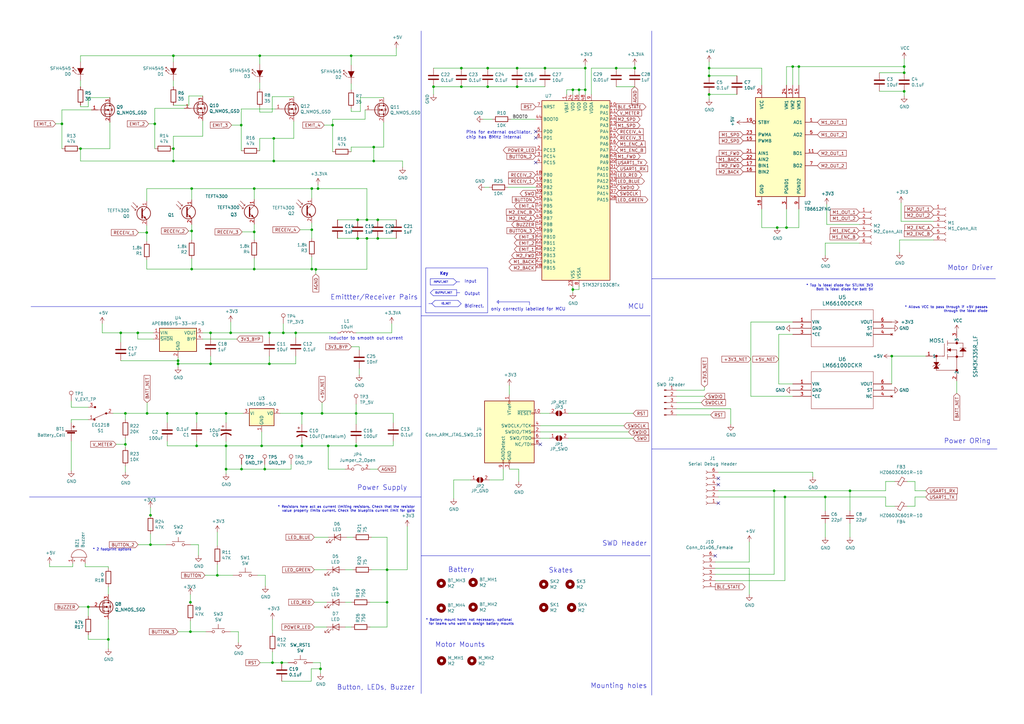
<source format=kicad_sch>
(kicad_sch (version 20231120) (generator "eeschema") (generator_version "8.0")
  (paper "A3")
  (junction (at 177.8 35.56))
  (junction (at 71.12 66.04))
  (junction (at 237.49 36.83))
  (junction (at 127.889 94.234))
  (junction (at 71.12 60.96))
  (junction (at 78.613 94.742))
  (junction (at 127.889 110.363))
  (junction (at 33.02 60.96))
  (junction (at 365.76 146.05))
  (junction (at 130.429 77.343))
  (junction (at 68.58 169.545))
  (junction (at 36.195 248.92))
  (junction (at 290.83 27.94))
  (junction (at 154.94 90.17))
  (junction (at 318.77 93.345))
  (junction (at 150.495 97.79))
  (junction (at 104.267 95.123))
  (junction (at 86.36 149.225))
  (junction (at 104.267 77.343))
  (junction (at 290.83 38.735))
  (junction (at 234.95 118.745))
  (junction (at 223.52 27.94))
  (junction (at 348.615 201.295))
  (junction (at 327.66 27.305))
  (junction (at 338.455 203.835))
  (junction (at 51.435 182.245))
  (junction (at 92.71 182.88))
  (junction (at 212.09 27.94))
  (junction (at 49.53 136.525))
  (junction (at 63.5 50.8))
  (junction (at 158.75 247.015))
  (junction (at 60.198 95.377))
  (junction (at 108.585 192.405))
  (junction (at 110.49 136.525))
  (junction (at 106.553 22.86))
  (junction (at 134.62 182.88))
  (junction (at 144.018 22.86))
  (junction (at 150.495 90.17))
  (junction (at 25.4 50.8))
  (junction (at 78.613 110.363))
  (junction (at 200.025 27.94))
  (junction (at 61.722 211.328))
  (junction (at 153.289 60.325))
  (junction (at 129.54 110.49))
  (junction (at 252.73 27.94))
  (junction (at 189.23 27.94))
  (junction (at 115.57 271.78))
  (junction (at 94.615 136.525))
  (junction (at 56.515 136.525))
  (junction (at 154.94 97.79))
  (junction (at 80.645 182.88))
  (junction (at 86.36 136.525))
  (junction (at 240.03 36.83))
  (junction (at 200.025 35.56))
  (junction (at 370.84 37.465))
  (junction (at 71.12 22.86))
  (junction (at 322.58 93.345))
  (junction (at 78.105 259.08))
  (junction (at 123.825 182.88))
  (junction (at 107.315 182.88))
  (junction (at 112.3068 66.04))
  (junction (at 146.685 97.79))
  (junction (at 158.75 233.68))
  (junction (at 212.09 35.56))
  (junction (at 317.5 201.295))
  (junction (at 234.95 36.83))
  (junction (at 136.398 51.308))
  (junction (at 89.154 235.966))
  (junction (at 44.45 262.255))
  (junction (at 78.105 247.015))
  (junction (at 78.613 77.343))
  (junction (at 146.05 169.545))
  (junction (at 325.12 27.305))
  (junction (at 112.3068 56.769))
  (junction (at 73.025 149.225))
  (junction (at 123.825 169.545))
  (junction (at 73.025 147.955))
  (junction (at 146.05 182.88))
  (junction (at 92.71 169.545))
  (junction (at 127.889 77.343))
  (junction (at 321.945 203.835))
  (junction (at 132.08 169.545))
  (junction (at 290.83 31.115))
  (junction (at 116.205 136.525))
  (junction (at 189.23 35.56))
  (junction (at 51.435 169.545))
  (junction (at 104.267 110.363))
  (junction (at 60.325 169.545))
  (junction (at 240.03 27.94))
  (junction (at 110.49 149.225))
  (junction (at 260.35 27.94))
  (junction (at 153.289 66.04))
  (junction (at 370.84 27.305))
  (junction (at 131.445 274.32))
  (junction (at 80.645 169.545))
  (junction (at 61.722 223.393))
  (junction (at 111.76 271.78))
  (junction (at 121.285 136.525))
  (junction (at 370.84 29.845))
  (junction (at 92.71 192.405))
  (junction (at 146.685 90.17))
  (junction (at 99.06 192.405))
  (junction (at 98.933 51.308))
  (no_connect (at 293.37 227.965))
  (no_connect (at 219.71 56.515))
  (no_connect (at 294.64 198.755))
  (no_connect (at 221.615 182.245))
  (no_connect (at 294.64 206.375))
  (no_connect (at 219.71 53.975))
  (no_connect (at 219.71 66.675))
  (no_connect (at 294.64 196.215))
  (wire (pts (xy 121.285 146.05) (xy 121.285 149.225)))
  (wire (pts (xy 312.42 85.725) (xy 312.42 93.345)))
  (wire (pts (xy 108.585 190.5) (xy 108.585 192.405)))
  (wire (pts (xy 80.645 173.355) (xy 80.645 169.545)))
  (wire (pts (xy 36.83 248.92) (xy 36.195 248.92)))
  (wire (pts (xy 104.267 77.343) (xy 127.889 77.343)))
  (wire (pts (xy 161.29 180.975) (xy 161.29 182.88)))
  (polyline (pts (xy 266.7 129.54) (xy 172.72 129.54)))
  (wire (pts (xy 317.5 235.585) (xy 317.5 201.295)))
  (wire (pts (xy 108.839 235.966) (xy 108.839 240.411)))
  (wire (pts (xy 322.58 27.305) (xy 325.12 27.305)))
  (wire (pts (xy 36.195 248.92) (xy 32.385 248.92)))
  (wire (pts (xy 375.285 207.645) (xy 375.285 203.835)))
  (wire (pts (xy 92.71 169.545) (xy 99.695 169.545)))
  (wire (pts (xy 45.085 60.96) (xy 33.02 60.96)))
  (wire (pts (xy 158.75 247.015) (xy 151.765 247.015)))
  (wire (pts (xy 234.95 36.83) (xy 237.49 36.83)))
  (wire (pts (xy 144.78 233.68) (xy 141.605 233.68)))
  (wire (pts (xy 360.68 37.465) (xy 370.84 37.465)))
  (wire (pts (xy 208.915 192.405) (xy 212.725 192.405)))
  (wire (pts (xy 240.03 27.94) (xy 240.03 36.83)))
  (wire (pts (xy 294.64 201.295) (xy 317.5 201.295)))
  (wire (pts (xy 105.664 235.966) (xy 108.839 235.966)))
  (wire (pts (xy 240.03 26.67) (xy 240.03 27.94)))
  (wire (pts (xy 165.1 66.04) (xy 165.1 68.58)))
  (polyline (pts (xy 267.335 12.7) (xy 267.335 285.115)))
  (wire (pts (xy 221.615 179.705) (xy 225.425 179.705)))
  (wire (pts (xy 134.62 182.88) (xy 123.825 182.88)))
  (wire (pts (xy 146.685 97.79) (xy 138.43 97.79)))
  (wire (pts (xy 34.925 231.14) (xy 34.925 232.41)))
  (wire (pts (xy 83.185 39.37) (xy 77.47 39.37)))
  (wire (pts (xy 83.185 49.53) (xy 83.185 55.88)))
  (wire (pts (xy 370.84 27.305) (xy 370.84 29.845)))
  (wire (pts (xy 110.49 136.525) (xy 116.205 136.525)))
  (wire (pts (xy 130.429 77.343) (xy 130.429 75.692)))
  (wire (pts (xy 104.267 95.123) (xy 104.267 98.298)))
  (wire (pts (xy 33.02 43.18) (xy 33.02 43.815)))
  (wire (pts (xy 61.722 223.393) (xy 68.072 223.393)))
  (wire (pts (xy 111.76 259.715) (xy 111.76 254)))
  (wire (pts (xy 325.12 27.305) (xy 325.12 34.925)))
  (wire (pts (xy 60.198 77.343) (xy 60.198 82.423)))
  (wire (pts (xy 338.455 220.345) (xy 338.455 214.63)))
  (wire (pts (xy 51.435 182.245) (xy 51.435 183.515)))
  (wire (pts (xy 319.405 157.48) (xy 325.12 157.48)))
  (wire (pts (xy 221.615 177.165) (xy 257.81 177.165)))
  (wire (pts (xy 60.198 77.343) (xy 78.613 77.343)))
  (wire (pts (xy 327.66 27.305) (xy 370.84 27.305)))
  (wire (pts (xy 223.52 35.56) (xy 212.09 35.56)))
  (wire (pts (xy 127.889 77.343) (xy 130.429 77.343)))
  (wire (pts (xy 144.78 220.345) (xy 142.24 220.345)))
  (wire (pts (xy 127.889 105.41) (xy 127.889 110.363)))
  (wire (pts (xy 92.71 182.88) (xy 80.645 182.88)))
  (wire (pts (xy 36.195 167.005) (xy 29.21 167.005)))
  (wire (pts (xy 106.553 22.86) (xy 106.553 26.289)))
  (wire (pts (xy 294.64 203.835) (xy 321.945 203.835)))
  (wire (pts (xy 89.154 231.521) (xy 89.154 235.966)))
  (wire (pts (xy 144.018 26.67) (xy 144.018 22.86)))
  (wire (pts (xy 98.933 44.704) (xy 98.933 51.308)))
  (wire (pts (xy 115.57 271.78) (xy 111.76 271.78)))
  (wire (pts (xy 73.025 149.225) (xy 73.025 150.495)))
  (wire (pts (xy 36.195 43.815) (xy 33.02 43.815)))
  (wire (pts (xy 98.933 51.308) (xy 98.933 61.849)))
  (wire (pts (xy 44.45 262.255) (xy 44.45 266.065)))
  (wire (pts (xy 290.83 38.735) (xy 290.83 40.64)))
  (wire (pts (xy 307.34 233.045) (xy 307.34 243.84)))
  (wire (pts (xy 78.105 243.84) (xy 78.105 247.015)))
  (polyline (pts (xy 172.72 12.7) (xy 172.72 284.48)))
  (wire (pts (xy 147.32 143.51) (xy 147.32 142.24)))
  (wire (pts (xy 134.62 182.88) (xy 134.62 192.405)))
  (wire (pts (xy 147.828 45.72) (xy 144.018 45.72)))
  (wire (pts (xy 277.495 167.64) (xy 299.72 167.64)))
  (wire (pts (xy 302.26 38.735) (xy 290.83 38.735)))
  (wire (pts (xy 86.36 146.05) (xy 86.36 149.225)))
  (wire (pts (xy 348.615 214.63) (xy 348.615 220.345)))
  (wire (pts (xy 29.21 172.085) (xy 29.21 173.355)))
  (wire (pts (xy 242.57 27.94) (xy 252.73 27.94)))
  (wire (pts (xy 89.154 235.966) (xy 95.504 235.966)))
  (wire (pts (xy 94.996 51.308) (xy 98.933 51.308)))
  (wire (pts (xy 111.633 39.624) (xy 120.523 39.624)))
  (polyline (pts (xy 176.495 114.34) (xy 176.495 116.88)))
  (wire (pts (xy 189.23 35.56) (xy 177.8 35.56)))
  (wire (pts (xy 83.185 55.88) (xy 71.12 55.88)))
  (wire (pts (xy 81.407 223.393) (xy 81.407 227.838)))
  (wire (pts (xy 348.615 201.295) (xy 363.22 201.295)))
  (wire (pts (xy 146.05 169.545) (xy 161.29 169.545)))
  (wire (pts (xy 167.005 233.68) (xy 167.005 215.9)))
  (wire (pts (xy 200.025 27.94) (xy 212.09 27.94)))
  (wire (pts (xy 223.52 27.94) (xy 240.03 27.94)))
  (wire (pts (xy 49.53 140.335) (xy 49.53 136.525)))
  (wire (pts (xy 186.055 196.85) (xy 186.055 204.47)))
  (polyline (pts (xy 172.72 203.835) (xy 12.065 203.835)))
  (wire (pts (xy 307.975 132.08) (xy 307.975 162.56)))
  (wire (pts (xy 104.267 91.948) (xy 104.267 95.123)))
  (wire (pts (xy 144.018 44.45) (xy 144.018 45.72)))
  (wire (pts (xy 363.22 197.485) (xy 367.03 197.485)))
  (polyline (pts (xy 217.17 125.095) (xy 217.17 123.825)))
  (wire (pts (xy 51.435 169.545) (xy 60.325 169.545)))
  (wire (pts (xy 157.353 60.325) (xy 153.289 60.325)))
  (wire (pts (xy 212.725 192.405) (xy 212.725 197.485)))
  (wire (pts (xy 104.267 77.343) (xy 104.267 81.788)))
  (wire (pts (xy 29.21 180.975) (xy 29.21 193.04)))
  (wire (pts (xy 252.73 35.56) (xy 260.35 35.56)))
  (wire (pts (xy 36.195 262.255) (xy 44.45 262.255)))
  (wire (pts (xy 158.75 233.68) (xy 158.75 247.015)))
  (polyline (pts (xy 12.7 125.73) (xy 172.72 125.73)))
  (wire (pts (xy 200.66 76.835) (xy 198.755 76.835)))
  (polyline (pts (xy 204.47 123.825) (xy 217.17 123.825)))
  (polyline (pts (xy 176.495 116.88) (xy 186.02 116.88)))
  (wire (pts (xy 161.29 169.545) (xy 161.29 173.355)))
  (wire (pts (xy 104.267 105.918) (xy 104.267 110.363)))
  (wire (pts (xy 86.36 149.225) (xy 73.025 149.225)))
  (wire (pts (xy 128.905 220.345) (xy 134.62 220.345)))
  (wire (pts (xy 61.722 208.153) (xy 61.722 211.328)))
  (wire (pts (xy 20.32 232.41) (xy 20.32 231.14)))
  (wire (pts (xy 44.45 243.84) (xy 44.45 240.665)))
  (wire (pts (xy 127.889 91.44) (xy 127.889 94.234)))
  (wire (pts (xy 277.495 162.56) (xy 288.925 162.56)))
  (wire (pts (xy 321.945 203.835) (xy 338.455 203.835)))
  (polyline (pts (xy 204.47 124.46) (xy 204.47 123.19)))
  (wire (pts (xy 368.935 98.425) (xy 368.935 103.505)))
  (wire (pts (xy 127.635 279.4) (xy 127.635 274.32)))
  (wire (pts (xy 288.925 158.75) (xy 288.925 160.02)))
  (wire (pts (xy 136.398 51.308) (xy 136.398 62.23)))
  (wire (pts (xy 252.73 27.94) (xy 260.35 27.94)))
  (wire (pts (xy 147.828 40.005) (xy 147.828 45.72)))
  (wire (pts (xy 138.43 90.17) (xy 146.685 90.17)))
  (wire (pts (xy 111.633 45.974) (xy 111.633 39.624)))
  (wire (pts (xy 193.04 196.85) (xy 186.055 196.85)))
  (wire (pts (xy 322.58 27.305) (xy 322.58 34.925)))
  (wire (pts (xy 160.655 136.525) (xy 146.05 136.525)))
  (wire (pts (xy 154.94 97.79) (xy 150.495 97.79)))
  (wire (pts (xy 78.232 223.393) (xy 81.407 223.393)))
  (wire (pts (xy 149.733 45.085) (xy 149.733 48.895)))
  (wire (pts (xy 321.945 238.125) (xy 321.945 203.835)))
  (polyline (pts (xy 175.86 124.5) (xy 177.13 124.5)))
  (polyline (pts (xy 187.29 115.61) (xy 188.56 115.61)))
  (wire (pts (xy 322.58 93.345) (xy 327.66 93.345)))
  (wire (pts (xy 382.905 90.805) (xy 369.57 90.805)))
  (wire (pts (xy 154.94 192.405) (xy 151.765 192.405)))
  (wire (pts (xy 33.02 60.96) (xy 33.02 66.04)))
  (wire (pts (xy 33.02 33.02) (xy 33.02 35.56)))
  (wire (pts (xy 154.94 90.17) (xy 162.56 90.17)))
  (wire (pts (xy 83.185 139.065) (xy 97.155 139.065)))
  (wire (pts (xy 110.49 146.05) (xy 110.49 149.225)))
  (polyline (pts (xy 267.335 114.3) (xy 408.305 114.3)))
  (wire (pts (xy 78.613 92.075) (xy 78.613 94.742)))
  (polyline (pts (xy 408.94 184.15) (xy 267.335 184.15)))
  (wire (pts (xy 232.41 36.83) (xy 234.95 36.83)))
  (wire (pts (xy 44.45 233.045) (xy 44.45 232.41)))
  (wire (pts (xy 25.4 50.8) (xy 25.4 60.96)))
  (wire (pts (xy 127.889 110.363) (xy 129.54 110.363)))
  (wire (pts (xy 144.018 22.86) (xy 162.56 22.86)))
  (wire (pts (xy 33.02 66.04) (xy 71.12 66.04)))
  (wire (pts (xy 78.613 77.343) (xy 104.267 77.343)))
  (wire (pts (xy 92.71 192.405) (xy 99.06 192.405)))
  (wire (pts (xy 138.43 136.525) (xy 121.285 136.525)))
  (wire (pts (xy 237.49 118.745) (xy 237.49 117.475)))
  (wire (pts (xy 152.4 220.345) (xy 158.75 220.345)))
  (wire (pts (xy 240.03 36.83) (xy 240.03 38.735)))
  (wire (pts (xy 127.635 274.32) (xy 131.445 274.32)))
  (wire (pts (xy 89.154 223.901) (xy 89.154 218.186)))
  (wire (pts (xy 92.71 182.88) (xy 92.71 180.975)))
  (wire (pts (xy 99.314 95.123) (xy 104.267 95.123)))
  (wire (pts (xy 120.523 56.769) (xy 112.3068 56.769)))
  (wire (pts (xy 206.375 192.405) (xy 206.375 196.85)))
  (wire (pts (xy 307.975 162.56) (xy 325.12 162.56)))
  (wire (pts (xy 60.96 50.8) (xy 63.5 50.8)))
  (wire (pts (xy 112.3068 56.769) (xy 112.3068 66.04)))
  (wire (pts (xy 75.565 44.45) (xy 63.5 44.45)))
  (wire (pts (xy 92.71 173.355) (xy 92.71 169.545)))
  (wire (pts (xy 290.83 27.94) (xy 290.83 25.4)))
  (wire (pts (xy 60.325 169.545) (xy 68.58 169.545)))
  (wire (pts (xy 60.198 95.377) (xy 60.198 98.933)))
  (wire (pts (xy 56.515 139.065) (xy 62.865 139.065)))
  (wire (pts (xy 152.4 233.68) (xy 158.75 233.68)))
  (wire (pts (xy 144.145 247.015) (xy 141.605 247.015)))
  (wire (pts (xy 29.845 232.41) (xy 20.32 232.41)))
  (wire (pts (xy 322.58 85.725) (xy 322.58 93.345)))
  (wire (pts (xy 348.615 209.55) (xy 348.615 201.295)))
  (wire (pts (xy 73.025 147.955) (xy 73.025 149.225)))
  (wire (pts (xy 112.903 44.704) (xy 98.933 44.704)))
  (wire (pts (xy 36.195 40.005) (xy 36.195 43.815)))
  (wire (pts (xy 150.495 97.79) (xy 150.495 110.49)))
  (wire (pts (xy 51.435 182.245) (xy 47.625 182.245)))
  (wire (pts (xy 22.86 50.8) (xy 25.4 50.8)))
  (wire (pts (xy 293.37 230.505) (xy 307.34 230.505)))
  (polyline (pts (xy 187.29 121.325) (xy 177.765 121.325)))
  (wire (pts (xy 71.12 66.04) (xy 112.3068 66.04)))
  (wire (pts (xy 118.11 271.78) (xy 115.57 271.78)))
  (wire (pts (xy 146.685 90.17) (xy 150.495 90.17)))
  (wire (pts (xy 46.355 169.545) (xy 51.435 169.545)))
  (wire (pts (xy 60.198 106.553) (xy 60.198 110.363)))
  (wire (pts (xy 234.95 118.745) (xy 234.95 117.475)))
  (wire (pts (xy 129.54 110.363) (xy 129.54 110.49)))
  (wire (pts (xy 375.285 197.485) (xy 372.11 197.485)))
  (wire (pts (xy 153.289 66.04) (xy 165.1 66.04)))
  (wire (pts (xy 29.845 231.14) (xy 29.845 232.41)))
  (wire (pts (xy 277.495 160.02) (xy 288.925 160.02)))
  (wire (pts (xy 312.42 93.345) (xy 318.77 93.345)))
  (polyline (pts (xy 187.29 121.325) (xy 187.29 118.785)))
  (wire (pts (xy 71.12 55.88) (xy 71.12 60.96)))
  (wire (pts (xy 83.185 136.525) (xy 86.36 136.525)))
  (wire (pts (xy 131.445 274.32) (xy 131.445 271.78)))
  (wire (pts (xy 293.37 238.125) (xy 321.945 238.125)))
  (wire (pts (xy 86.36 149.225) (xy 110.49 149.225)))
  (wire (pts (xy 147.32 151.13) (xy 147.32 153.67)))
  (wire (pts (xy 128.905 247.015) (xy 133.985 247.015)))
  (wire (pts (xy 51.435 179.705) (xy 51.435 182.245)))
  (wire (pts (xy 200.025 35.56) (xy 189.23 35.56)))
  (wire (pts (xy 80.645 182.88) (xy 80.645 180.975)))
  (wire (pts (xy 110.49 149.225) (xy 121.285 149.225)))
  (wire (pts (xy 116.205 132.715) (xy 116.205 136.525)))
  (wire (pts (xy 78.613 77.343) (xy 78.613 81.915)))
  (wire (pts (xy 325.12 27.305) (xy 327.66 27.305)))
  (wire (pts (xy 177.8 35.56) (xy 177.8 38.735)))
  (wire (pts (xy 360.68 29.845) (xy 370.84 29.845)))
  (wire (pts (xy 116.205 136.525) (xy 121.285 136.525)))
  (wire (pts (xy 363.22 207.645) (xy 363.22 203.835)))
  (wire (pts (xy 80.645 169.545) (xy 92.71 169.545)))
  (wire (pts (xy 106.553 33.909) (xy 106.553 36.449)))
  (wire (pts (xy 78.105 247.015) (xy 78.105 247.142)))
  (wire (pts (xy 86.36 136.525) (xy 94.615 136.525)))
  (wire (pts (xy 365.76 146.05) (xy 379.73 146.05)))
  (wire (pts (xy 146.05 169.545) (xy 146.05 165.735)))
  (wire (pts (xy 157.353 40.005) (xy 147.828 40.005)))
  (wire (pts (xy 33.02 22.86) (xy 33.02 25.4)))
  (wire (pts (xy 368.935 98.425) (xy 382.905 98.425)))
  (wire (pts (xy 307.34 230.505) (xy 307.34 222.25)))
  (wire (pts (xy 108.585 192.405) (xy 119.38 192.405)))
  (wire (pts (xy 36.195 260.35) (xy 36.195 262.255)))
  (wire (pts (xy 293.37 235.585) (xy 317.5 235.585)))
  (wire (pts (xy 128.27 271.78) (xy 131.445 271.78)))
  (wire (pts (xy 146.05 182.88) (xy 134.62 182.88)))
  (wire (pts (xy 294.64 193.675) (xy 333.375 193.675)))
  (wire (pts (xy 92.71 182.88) (xy 107.315 182.88)))
  (wire (pts (xy 134.62 192.405) (xy 141.605 192.405)))
  (wire (pts (xy 94.615 136.525) (xy 110.49 136.525)))
  (wire (pts (xy 130.429 77.343) (xy 150.495 77.343)))
  (wire (pts (xy 392.43 161.29) (xy 392.43 156.21)))
  (wire (pts (xy 232.41 38.735) (xy 232.41 36.83)))
  (wire (pts (xy 146.05 181.61) (xy 146.05 182.88)))
  (wire (pts (xy 68.58 173.355) (xy 68.58 169.545)))
  (wire (pts (xy 36.195 172.085) (xy 29.21 172.085)))
  (wire (pts (xy 44.45 232.41) (xy 34.925 232.41)))
  (wire (pts (xy 25.4 45.085) (xy 37.465 45.085)))
  (wire (pts (xy 71.12 33.02) (xy 71.12 35.56)))
  (wire (pts (xy 132.08 169.545) (xy 132.08 165.1)))
  (wire (pts (xy 375.285 201.295) (xy 379.73 201.295)))
  (wire (pts (xy 89.154 235.966) (xy 84.074 235.966)))
  (wire (pts (xy 352.425 92.075) (xy 339.09 92.075)))
  (wire (pts (xy 45.085 40.005) (xy 36.195 40.005)))
  (wire (pts (xy 120.523 49.784) (xy 120.523 56.769)))
  (wire (pts (xy 233.045 179.705) (xy 259.715 179.705)))
  (wire (pts (xy 131.445 276.225) (xy 131.445 274.32)))
  (wire (pts (xy 160.655 132.715) (xy 160.655 136.525)))
  (wire (pts (xy 77.47 39.37) (xy 77.47 43.18)))
  (wire (pts (xy 78.613 94.742) (xy 78.613 98.425)))
  (wire (pts (xy 363.22 207.645) (xy 367.03 207.645)))
  (wire (pts (xy 61.722 223.393) (xy 56.642 223.393)))
  (wire (pts (xy 128.905 257.175) (xy 133.985 257.175)))
  (wire (pts (xy 119.38 192.405) (xy 119.38 190.5)))
  (wire (pts (xy 161.29 182.88) (xy 146.05 182.88)))
  (wire (pts (xy 99.06 190.5) (xy 99.06 192.405)))
  (wire (pts (xy 189.23 27.94) (xy 200.025 27.94)))
  (wire (pts (xy 115.57 279.4) (xy 127.635 279.4)))
  (wire (pts (xy 369.57 90.805) (xy 369.57 83.185)))
  (wire (pts (xy 162.56 22.86) (xy 162.56 19.685)))
  (wire (pts (xy 312.42 34.925) (xy 312.42 27.94)))
  (wire (pts (xy 150.495 90.17) (xy 154.94 90.17)))
  (wire (pts (xy 317.5 201.295) (xy 348.615 201.295)))
  (wire (pts (xy 242.57 27.94) (xy 242.57 38.735)))
  (wire (pts (xy 302.26 31.115) (xy 290.83 31.115)))
  (wire (pts (xy 221.615 174.625) (xy 255.905 174.625)))
  (wire (pts (xy 162.56 97.79) (xy 154.94 97.79)))
  (wire (pts (xy 56.515 136.525) (xy 49.53 136.525)))
  (wire (pts (xy 201.93 48.895) (xy 198.12 48.895)))
  (wire (pts (xy 73.025 146.685) (xy 73.025 147.955)))
  (wire (pts (xy 123.825 169.545) (xy 123.825 173.99)))
  (polyline (pts (xy 187.29 118.785) (xy 177.765 118.785)))
  (wire (pts (xy 45.085 50.165) (xy 45.085 60.96)))
  (wire (pts (xy 127.889 94.234) (xy 127.889 97.79)))
  (wire (pts (xy 338.455 99.695) (xy 338.455 104.775)))
  (wire (pts (xy 259.715 169.545) (xy 233.045 169.545)))
  (wire (pts (xy 111.76 271.78) (xy 106.68 271.78)))
  (wire (pts (xy 293.37 233.045) (xy 307.34 233.045)))
  (wire (pts (xy 78.105 259.08) (xy 84.455 259.08)))
  (wire (pts (xy 49.53 147.955) (xy 73.025 147.955)))
  (wire (pts (xy 68.58 180.975) (xy 68.58 182.88)))
  (wire (pts (xy 99.06 192.405) (xy 108.585 192.405)))
  (wire (pts (xy 319.405 137.16) (xy 325.12 137.16)))
  (wire (pts (xy 157.353 50.165) (xy 157.353 60.325)))
  (wire (pts (xy 112.3068 56.769) (xy 106.553 56.769)))
  (wire (pts (xy 44.45 254) (xy 44.45 262.255)))
  (wire (pts (xy 375.285 207.645) (xy 372.11 207.645)))
  (wire (pts (xy 150.495 110.49) (xy 129.54 110.49)))
  (wire (pts (xy 158.75 247.015) (xy 158.75 257.175)))
  (wire (pts (xy 94.615 259.08) (xy 97.79 259.08)))
  (wire (pts (xy 318.77 93.345) (xy 322.58 93.345)))
  (wire (pts (xy 144.018 34.29) (xy 144.018 36.83)))
  (wire (pts (xy 290.83 27.94) (xy 312.42 27.94)))
  (wire (pts (xy 123.825 182.88) (xy 107.315 182.88)))
  (wire (pts (xy 153.289 60.325) (xy 153.289 66.04)))
  (wire (pts (xy 56.515 136.525) (xy 56.515 139.065)))
  (wire (pts (xy 78.613 106.045) (xy 78.613 110.363)))
  (wire (pts (xy 107.315 182.88) (xy 107.315 177.165)))
  (wire (pts (xy 60.198 110.363) (xy 78.613 110.363)))
  (wire (pts (xy 177.8 27.94) (xy 189.23 27.94)))
  (wire (pts (xy 25.4 45.085) (xy 25.4 50.8)))
  (wire (pts (xy 307.975 132.08) (xy 325.12 132.08)))
  (wire (pts (xy 104.267 110.363) (xy 127.889 110.363)))
  (wire (pts (xy 112.3068 66.04) (xy 153.289 66.04)))
  (wire (pts (xy 97.79 259.08) (xy 97.79 263.525)))
  (wire (pts (xy 41.91 136.525) (xy 41.91 132.715)))
  (wire (pts (xy 146.05 169.545) (xy 146.05 173.99)))
  (wire (pts (xy 212.09 35.56) (xy 200.025 35.56)))
  (wire (pts (xy 63.5 50.8) (xy 63.5 60.96)))
  (wire (pts (xy 71.12 22.86) (xy 106.553 22.86)))
  (wire (pts (xy 94.615 136.525) (xy 94.615 132.08)))
  (wire (pts (xy 208.28 76.835) (xy 219.71 76.835)))
  (wire (pts (xy 106.553 56.769) (xy 106.553 61.849)))
  (wire (pts (xy 206.375 196.85) (xy 200.66 196.85)))
  (wire (pts (xy 29.21 167.005) (xy 29.21 164.465)))
  (wire (pts (xy 144.145 257.175) (xy 141.605 257.175)))
  (wire (pts (xy 339.09 92.075) (xy 339.09 83.82)))
  (wire (pts (xy 78.105 259.08) (xy 73.025 259.08)))
  (wire (pts (xy 158.75 233.68) (xy 167.005 233.68)))
  (wire (pts (xy 60.325 165.1) (xy 60.325 169.545)))
  (wire (pts (xy 111.76 267.335) (xy 111.76 271.78)))
  (wire (pts (xy 208.915 161.925) (xy 208.915 158.115)))
  (wire (pts (xy 36.195 252.73) (xy 36.195 248.92)))
  (wire (pts (xy 61.722 211.328) (xy 61.722 211.455)))
  (wire (pts (xy 150.495 97.79) (xy 146.685 97.79)))
  (wire (pts (xy 277.495 165.1) (xy 287.655 165.1)))
  (wire (pts (xy 144.018 60.325) (xy 144.018 62.23)))
  (wire (pts (xy 128.905 233.68) (xy 133.985 233.68)))
  (wire (pts (xy 132.969 51.308) (xy 136.398 51.308)))
  (wire (pts (xy 212.09 27.94) (xy 223.52 27.94)))
  (wire (pts (xy 209.55 48.895) (xy 219.71 48.895)))
  (wire (pts (xy 234.95 118.745) (xy 234.95 120.015)))
  (wire (pts (xy 68.58 169.545) (xy 80.645 169.545)))
  (wire (pts (xy 260.35 26.67) (xy 260.35 27.94)))
  (wire (pts (xy 370.84 39.37) (xy 370.84 37.465)))
  (wire (pts (xy 225.425 169.545) (xy 221.615 169.545)))
  (wire (pts (xy 80.645 182.88) (xy 68.58 182.88)))
  (wire (pts (xy 123.825 169.545) (xy 132.08 169.545)))
  (wire (pts (xy 63.5 44.45) (xy 63.5 50.8)))
  (wire (pts (xy 338.455 203.835) (xy 363.22 203.835)))
  (wire (pts (xy 338.455 99.695) (xy 352.425 99.695)))
  (wire (pts (xy 106.553 44.069) (xy 106.553 45.974)))
  (wire (pts (xy 237.49 118.745) (xy 234.95 118.745)))
  (wire (pts (xy 150.495 77.343) (xy 150.495 90.17)))
  (wire (pts (xy 71.12 22.86) (xy 33.02 22.86)))
  (wire (pts (xy 78.613 110.363) (xy 104.267 110.363)))
  (wire (pts (xy 71.12 22.86) (xy 71.12 25.4)))
  (wire (pts (xy 121.285 138.43) (xy 121.285 136.525)))
  (polyline (pts (xy 187.325 120.015) (xy 188.595 120.015)))
  (wire (pts (xy 327.66 85.725) (xy 327.66 93.345)))
  (wire (pts (xy 71.12 60.96) (xy 71.12 66.04)))
  (wire (pts (xy 123.825 181.61) (xy 123.825 182.88)))
  (wire (pts (xy 365.76 146.05) (xy 365.76 157.48)))
  (wire (pts (xy 237.49 36.83) (xy 240.03 36.83)))
  (wire (pts (xy 51.435 191.135) (xy 51.435 193.675)))
  (wire (pts (xy 78.105 254.635) (xy 78.105 259.08)))
  (wire (pts (xy 77.343 94.742) (xy 78.613 94.742)))
  (wire (pts (xy 136.398 48.895) (xy 136.398 51.308)))
  (polyline (pts (xy 187.925 125.77) (xy 178.4 125.77)))
  (wire (pts (xy 277.495 170.18) (xy 291.465 170.18)))
  (wire (pts (xy 114.935 169.545) (xy 123.825 169.545)))
  (wire (pts (xy 106.553 22.86) (xy 144.018 22.86)))
  (wire (pts (xy 62.865 136.525) (xy 56.515 136.525)))
  (wire (pts (xy 49.53 136.525) (xy 41.91 136.525)))
  (wire (pts (xy 92.71 182.88) (xy 92.71 192.405)))
  (wire (pts (xy 237.49 36.83) (xy 237.49 38.735)))
  (wire (pts (xy 158.75 220.345) (xy 158.75 233.68)))
  (wire (pts (xy 110.49 138.43) (xy 110.49 136.525)))
  (wire (pts (xy 86.36 138.43) (xy 86.36 136.525)))
  (wire (pts (xy 123.063 94.234) (xy 127.889 94.234)))
  (wire (pts (xy 153.289 60.325) (xy 144.018 60.325)))
  (wire (pts (xy 327.66 27.305) (xy 327.66 34.925)))
  (wire (pts (xy 319.405 137.16) (xy 319.405 157.48)))
  (wire (pts (xy 106.553 45.974) (xy 111.633 45.974)))
  (polyline (pts (xy 187.925 123.23) (xy 178.4 123.23)))
  (wire (pts (xy 333.375 193.675) (xy 333.375 195.58)))
  (wire (pts (xy 61.722 218.948) (xy 61.722 223.393)))
  (wire (pts (xy 127.889 77.343) (xy 127.889 81.28)))
  (wire (pts (xy 129.54 110.49) (xy 129.54 112.395)))
  (wire (pts (xy 375.285 203.835) (xy 379.73 203.835)))
  (wire (pts (xy 151.765 257.175) (xy 158.75 257.175)))
  (wire (pts (xy 60.198 92.583) (xy 60.198 95.377)))
  (wire (pts (xy 234.95 36.83) (xy 234.95 38.735)))
  (wire (pts (xy 77.47 43.18) (xy 71.12 43.18)))
  (polyline (pts (xy 266.7 227.965) (xy 172.72 227.965)))
  (wire (pts (xy 290.83 27.94) (xy 290.83 31.115)))
  (wire (pts (xy 338.455 209.55) (xy 338.455 203.835)))
  (wire (pts (xy 370.84 24.13) (xy 370.84 27.305)))
  (wire (pts (xy 92.71 192.405) (xy 92.71 194.31)))
  (wire (pts (xy 363.22 197.485) (xy 363.22 201.295)))
  (wire (pts (xy 132.08 169.545) (xy 146.05 169.545)))
  (wire (pts (xy 365.125 146.05) (xy 365.76 146.05)))
  (wire (pts (xy 299.72 167.64) (xy 299.72 173.99)))
  (wire (pts (xy 56.769 95.377) (xy 60.198 95.377)))
  (wire (pts (xy 51.435 172.085) (xy 51.435 169.545)))
  (wire (pts (xy 149.733 48.895) (xy 136.398 48.895)))
  (wire (pts (xy 375.285 197.485) (xy 375.285 201.295)))
  (polyline (pts (xy 176.495 114.34) (xy 186.02 114.34)))
  (wire (pts (xy 147.32 142.24) (xy 144.145 142.24)))
  (rectangle (start 174.59 109.895) (end 199.99 128.31))
  (arc (start 176.495 120.055) (mid 177.1136 119.4036) (end 177.765 118.785))
  (arc (start 178.4 125.77) (mid 177.7458 125.1543) (end 177.13 124.5))
  (arc (start 189.16 124.54) (mid 188.5377 125.1877) (end 187.89 125.81))
  (arc (start 203.835 123.825) (mid 204.1468 123.5018) (end 204.47 123.19))
  (arc (start 203.835 123.825) (mid 204.1593 124.1357) (end 204.47 124.46))
  (arc (start 186.02 114.34) (mid 186.6655 114.9645) (end 187.29 115.61))
  (arc (start 187.29 115.61) (mid 186.6676 116.2576) (end 186.02 116.88))
  (arc (start 187.89 123.27) (mid 188.5356 123.8944) (end 189.16 124.54))
  (arc (start 177.765 121.325) (mid 177.1108 120.7093) (end 176.495 120.055))
  (arc (start 177.13 124.5) (mid 177.7486 123.8486) (end 178.4 123.23))
  (text "INPUT_NET" (at 177.765 116.245 0) (effects (font (size 0.762 0.762)) (justify left bottom)))
  (text "Mounting holes" (at 265.43 282.575 0) (effects (font (size 2.0066 2.0066)) (justify right bottom)))
  (text "Power ORing\n\n" (at 406.4 185.42 0) (effects (font (size 2.0066 2.0066)) (justify right bottom)))
  (text "Battery" (at 194.564 234.95 0) (effects (font (size 2.0066 2.0066)) (justify right bottom)))
  (text "Input" (at 190.465 116.245 0) (effects (font (size 1.27 1.27)) (justify left bottom)))
  (text "inductor to smooth out current" (at 134.874 139.573 0) (effects (font (size 1.27 1.27)) (justify left bottom)))
  (text "* 2 footprint options" (at 53.975 226.06 0) (effects (font (size 0.9906 0.9906)) (justify right bottom)))
  (text "* Battery mount holes not necessary, optional \nfor teams who want to design battery mounts" (at 210.82 256.54 0) (effects (font (size 0.9906 0.9906)) (justify right bottom)))
  (text "* Top is ideal diode for STLINK 3V3\nBott is ideal diode for batt 5V" (at 358.14 119.38 0) (effects (font (size 0.9906 0.9906)) (justify right bottom)))
  (text "Motor Driver" (at 388.62 111.125 0) (effects (font (size 2.0066 2.0066)) (justify left bottom)))
  (text "* Allows VCC to pass through if +5V passes\nthrough the ideal diode" (at 405.13 128.27 0) (effects (font (size 0.9906 0.9906)) (justify right bottom)))
  (text "Emittter/Receiver Pairs" (at 171.45 123.19 0) (effects (font (size 2.0066 2.0066)) (justify right bottom)))
  (text "* Resistors here act as current limiting resistors. Check that the resistor\n  value properly limits current. Check the bluepills current limit for gpio" (at 170.18 210.185 0) (effects (font (size 0.9906 0.9906)) (justify right bottom)))
  (text "IO_NET" (at 180.94 125.135 0) (effects (font (size 0.762 0.762)) (justify left bottom)))
  (text "Output\n" (at 190.465 121.325 0) (effects (font (size 1.27 1.27)) (justify left bottom)))
  (text "MCU" (at 264.16 127 0) (effects (font (size 2.0066 2.0066)) (justify right bottom)))
  (text "Key" (at 180.305 113.07 0) (effects (font (size 1.27 1.27) (thickness 0.254) (bold yes)) (justify left bottom)))
  (text "SWD Header" (at 247.015 224.155 0) (effects (font (size 2.0066 2.0066)) (justify left bottom)))
  (text "only correctly labelled for MCU" (at 201.295 127.635 0) (effects (font (size 1.27 1.27)) (justify left bottom)))
  (text "Motor Mounts" (at 199.009 265.684 0) (effects (font (size 2.0066 2.0066)) (justify right bottom)))
  (text "Button, LEDs, Buzzer" (at 170.18 283.21 0) (effects (font (size 2.0066 2.0066)) (justify right bottom)))
  (text "Skates" (at 235.077 235.204 0) (effects (font (size 2.0066 2.0066)) (justify right bottom)))
  (text "Power Supply" (at 167.005 201.295 0) (effects (font (size 2.0066 2.0066)) (justify right bottom)))
  (text "Bidirect." (at 190.465 126.405 0) (effects (font (size 1.27 1.27)) (justify left bottom)))
  (text "OUTPUT_NET" (at 178.4 120.69 0) (effects (font (size 0.762 0.762)) (justify left bottom)))
  (text "Pins for external oscillator,\nchip has 8MHz internal" (at 191.135 57.15 0) (effects (font (size 1.27 1.27)) (justify left bottom)))
  (label "BOOT0" (at 210.185 48.895 0))
  (global_label "+5V_NET" (shape input) (at 132.08 165.1 90) (property "Intersheetrefs" "${INTERSHEET_REFS}" (effects (hide yes))))
  (global_label "3V3_BYP" (shape input) (at 97.155 139.065 0) (property "Intersheetrefs" "${INTERSHEET_REFS}" (effects (hide yes))))
  (global_label "RST" (shape input) (at 219.71 43.815 180) (property "Intersheetrefs" "${INTERSHEET_REFS}" (effects (hide yes))))
  (global_label "M1_OUT_1" (shape input) (at 335.28 50.165 0) (property "Intersheetrefs" "${INTERSHEET_REFS}" (effects (hide yes))))
  (global_label "RECEIV_2" (shape input) (at 77.343 94.742 180) (property "Intersheetrefs" "${INTERSHEET_REFS}" (effects (hide yes))))
  (global_label "M2_SPD" (shape input) (at 304.8 57.785 180) (property "Intersheetrefs" "${INTERSHEET_REFS}" (effects (hide yes))))
  (global_label "RECEIV_1" (shape input) (at 219.71 74.295 180) (property "Intersheetrefs" "${INTERSHEET_REFS}" (effects (hide yes))))
  (global_label "BLE_STATE" (shape output) (at 293.37 240.665 0) (property "Intersheetrefs" "${INTERSHEET_REFS}" (effects (hide yes))))
  (global_label "M1_SPD" (shape output) (at 252.73 51.435 0) (property "Intersheetrefs" "${INTERSHEET_REFS}" (effects (hide yes))))
  (global_label "+3V3_NET" (shape input) (at 307.975 147.32 180) (property "Intersheetrefs" "${INTERSHEET_REFS}" (effects (hide yes))))
  (global_label "M2_BACK" (shape input) (at 304.8 70.485 180) (property "Intersheetrefs" "${INTERSHEET_REFS}" (effects (hide yes))))
  (global_label "AGND" (shape input) (at 129.54 112.395 270) (property "Intersheetrefs" "${INTERSHEET_REFS}" (effects (hide yes))))
  (global_label "RECEIV_2" (shape input) (at 219.71 71.755 180) (property "Intersheetrefs" "${INTERSHEET_REFS}" (effects (hide yes))))
  (global_label "LED_RED" (shape output) (at 252.73 71.755 0) (property "Intersheetrefs" "${INTERSHEET_REFS}" (effects (hide yes))))
  (global_label "M1_BACK" (shape output) (at 219.71 107.315 180) (property "Intersheetrefs" "${INTERSHEET_REFS}" (effects (hide yes))))
  (global_label "EMIT_3" (shape input) (at 94.996 51.308 180) (property "Intersheetrefs" "${INTERSHEET_REFS}" (effects (hide yes))))
  (global_label "M1_ENC_B" (shape input) (at 352.425 97.155 180) (property "Intersheetrefs" "${INTERSHEET_REFS}" (effects (hide yes))))
  (global_label "LED_GREEN" (shape output) (at 252.73 81.915 0) (property "Intersheetrefs" "${INTERSHEET_REFS}" (effects (hide yes))))
  (global_label "M1_ENC_A" (shape input) (at 252.73 59.055 0) (property "Intersheetrefs" "${INTERSHEET_REFS}" (effects (hide yes))))
  (global_label "USART1_RX" (shape input) (at 379.73 201.295 0) (property "Intersheetrefs" "${INTERSHEET_REFS}" (effects (hide yes))))
  (global_label "POWER_LED" (shape input) (at 128.905 257.175 180) (property "Intersheetrefs" "${INTERSHEET_REFS}" (effects (hide yes))))
  (global_label "EMIT_1" (shape input) (at 22.86 50.8 180) (property "Intersheetrefs" "${INTERSHEET_REFS}" (effects (hide yes))))
  (global_label "SWDCLK" (shape input) (at 287.655 165.1 0) (property "Intersheetrefs" "${INTERSHEET_REFS}" (effects (hide yes))))
  (global_label "BATT_NET" (shape input) (at 60.325 165.1 90) (property "Intersheetrefs" "${INTERSHEET_REFS}" (effects (hide yes))))
  (global_label "RECEIV_3" (shape input) (at 252.73 56.515 0) (property "Intersheetrefs" "${INTERSHEET_REFS}" (effects (hide yes))))
  (global_label "M2_ENC_A" (shape input) (at 382.905 93.345 180) (property "Intersheetrefs" "${INTERSHEET_REFS}" (effects (hide yes))))
  (global_label "SWO" (shape output) (at 219.71 79.375 180) (property "Intersheetrefs" "${INTERSHEET_REFS}" (effects (hide yes))))
  (global_label "BUTTON_3" (shape input) (at 73.025 259.08 180) (property "Intersheetrefs" "${INTERSHEET_REFS}" (effects (hide yes))))
  (global_label "M1_OUT_2" (shape input) (at 335.28 55.245 0) (property "Intersheetrefs" "${INTERSHEET_REFS}" (effects (hide yes))))
  (global_label "M2_BACK" (shape output) (at 219.71 109.855 180) (property "Intersheetrefs" "${INTERSHEET_REFS}" (effects (hide yes))))
  (global_label "RECEIV_4" (shape input) (at 123.063 94.234 180) (property "Intersheetrefs" "${INTERSHEET_REFS}" (effects (hide yes))))
  (global_label "RST" (shape input) (at 259.715 169.545 0) (property "Intersheetrefs" "${INTERSHEET_REFS}" (effects (hide yes))))
  (global_label "+5V_NET" (shape input) (at 319.405 147.32 180) (property "Intersheetrefs" "${INTERSHEET_REFS}" (effects (hide yes))))
  (global_label "M2_ENC_B" (shape input) (at 219.71 86.995 180) (property "Intersheetrefs" "${INTERSHEET_REFS}" (effects (hide yes))))
  (global_label "M1_OUT_2" (shape input) (at 352.425 89.535 180) (property "Intersheetrefs" "${INTERSHEET_REFS}" (effects (hide yes))))
  (global_label "M2_ENC_B" (shape input) (at 382.905 95.885 180) (property "Intersheetrefs" "${INTERSHEET_REFS}" (effects (hide yes))))
  (global_label "LED_BLUE" (shape output) (at 252.73 74.295 0) (property "Intersheetrefs" "${INTERSHEET_REFS}" (effects (hide yes))))
  (global_label "M1_OUT_1" (shape input) (at 352.425 86.995 180) (property "Intersheetrefs" "${INTERSHEET_REFS}" (effects (hide yes))))
  (global_label "RST" (shape input) (at 291.465 170.18 0) (property "Intersheetrefs" "${INTERSHEET_REFS}" (effects (hide yes))))
  (global_label "M2_FWD" (shape output) (at 219.71 104.775 180) (property "Intersheetrefs" "${INTERSHEET_REFS}" (effects (hide yes))))
  (global_label "SWDIO" (shape bidirectional) (at 252.73 76.835 0) (property "Intersheetrefs" "${INTERSHEET_REFS}" (effects (hide yes))))
  (global_label "M2_OUT_1" (shape input) (at 335.28 62.865 0) (property "Intersheetrefs" "${INTERSHEET_REFS}" (effects (hide yes))))
  (global_label "M1_ENC_B" (shape input) (at 252.73 61.595 0) (property "Intersheetrefs" "${INTERSHEET_REFS}" (effects (hide yes))))
  (global_label "+3V3_NET" (shape input) (at 288.925 158.75 90) (property "Intersheetrefs" "${INTERSHEET_REFS}" (effects (hide yes))))
  (global_label "USART1_RX" (shape input) (at 252.73 69.215 0) (property "Intersheetrefs" "${INTERSHEET_REFS}" (effects (hide yes))))
  (global_label "SWDCLK" (shape input) (at 252.73 79.375 0) (property "Intersheetrefs" "${INTERSHEET_REFS}" (effects (hide yes))))
  (global_label "M2_OUT_1" (shape input) (at 382.905 85.725 180) (property "Intersheetrefs" "${INTERSHEET_REFS}" (effects (hide yes))))
  (global_label "M1_FWD" (shape input) (at 304.8 62.865 180) (property "Intersheetrefs" "${INTERSHEET_REFS}" (effects (hide yes))))
  (global_label "M2_SPD" (shape output) (at 252.73 48.895 0) (property "Intersheetrefs" "${INTERSHEET_REFS}" (effects (hide yes))))
  (global_label "LED_GREEN" (shape input) (at 128.905 233.68 180) (property "Intersheetrefs" "${INTERSHEET_REFS}" (effects (hide yes))))
  (global_label "BUTTON_3" (shape input) (at 219.71 94.615 180) (property "Intersheetrefs" "${INTERSHEET_REFS}" (effects (hide yes))))
  (global_label "USART1_TX" (shape input) (at 379.73 203.835 0) (property "Intersheetrefs" "${INTERSHEET_REFS}" (effects (hide yes))))
  (global_label "BUZZER" (shape input) (at 32.385 248.92 180) (property "Intersheetrefs" "${INTERSHEET_REFS}" (effects (hide yes))))
  (global_label "M2_OUT_2" (shape input) (at 335.28 67.945 0) (property "Intersheetrefs" "${INTERSHEET_REFS}" (effects (hide yes))))
  (global_label "M2_FWD" (shape input) (at 304.8 67.945 180) (property "Intersheetrefs" "${INTERSHEET_REFS}" (effects (hide yes))))
  (global_label "EMIT_4" (shape input) (at 132.969 51.308 180) (property "Intersheetrefs" "${INTERSHEET_REFS}" (effects (hide yes))))
  (global_label "M1_SPD" (shape input) (at 304.8 55.245 180) (property "Intersheetrefs" "${INTERSHEET_REFS}" (effects (hide yes))))
  (global_label "BUTTON_2" (shape input) (at 219.71 64.135 180) (property "Intersheetrefs" "${INTERSHEET_REFS}" (effects (hide yes))))
  (global_label "EMIT_2" (shape input) (at 60.96 50.8 180) (property "Intersheetrefs" "${INTERSHEET_REFS}" (effects (hide yes))))
  (global_label "AGND" (shape input) (at 260.35 35.56 270) (property "Intersheetrefs" "${INTERSHEET_REFS}" (effects (hide yes))))
  (global_label "SWDIO" (shape input) (at 257.81 177.165 0) (property "Intersheetrefs" "${INTERSHEET_REFS}" (effects (hide yes))))
  (global_label "M1_ENC_A" (shape input) (at 352.425 94.615 180) (property "Intersheetrefs" "${INTERSHEET_REFS}" (effects (hide yes))))
  (global_label "BLE_STATE" (shape output) (at 252.73 43.815 0) (property "Intersheetrefs" "${INTERSHEET_REFS}" (effects (hide yes))))
  (global_label "BUTTON" (shape input) (at 84.074 235.966 180) (property "Intersheetrefs" "${INTERSHEET_REFS}" (effects (hide yes))))
  (global_label "BUZZER" (shape output) (at 219.71 92.075 180) (property "Intersheetrefs" "${INTERSHEET_REFS}" (effects (hide yes))))
  (global_label "LED_BLUE" (shape input) (at 128.905 220.345 180) (property "Intersheetrefs" "${INTERSHEET_REFS}" (effects (hide yes))))
  (global_label "BUTTON" (shape input) (at 219.71 81.915 180) (property "Intersheetrefs" "${INTERSHEET_REFS}" (effects (hide yes))))
  (global_label "V_METER" (shape input) (at 47.625 182.245 180) (property "Intersheetrefs" "${INTERSHEET_REFS}" (effects (hide yes))))
  (global_label "BUTTON_2" (shape input) (at 56.642 223.393 180) (property "Intersheetrefs" "${INTERSHEET_REFS}" (effects (hide yes))))
  (global_label "M2_OUT_2" (shape input) (at 382.905 88.265 180) (property "Intersheetrefs" "${INTERSHEET_REFS}" (effects (hide yes))))
  (global_label "LED_RED" (shape input) (at 128.905 247.015 180) (property "Intersheetrefs" "${INTERSHEET_REFS}" (effects (hide yes))))
  (global_label "EMIT_1" (shape output) (at 219.71 102.235 180) (property "Intersheetrefs" "${INTERSHEET_REFS}" (effects (hide yes))))
  (global_label "POWER_LED" (shape output) (at 219.71 61.595 180) (property "Intersheetrefs" "${INTERSHEET_REFS}" (effects (hide yes))))
  (global_label "BATT_NET" (shape input) (at 392.43 161.29 270) (property "Intersheetrefs" "${INTERSHEET_REFS}" (effects (hide yes))))
  (global_label "RST" (shape input) (at 106.68 271.78 180) (property "Intersheetrefs" "${INTERSHEET_REFS}" (effects (hide yes))))
  (global_label "EMIT_3" (shape output) (at 219.71 97.155 180) (property "Intersheetrefs" "${INTERSHEET_REFS}" (effects (hide yes))))
  (global_label "RECEIV_3" (shape input) (at 99.314 95.123 180) (property "Intersheetrefs" "${INTERSHEET_REFS}" (effects (hide yes))))
  (global_label "USART1_TX" (shape output) (at 252.73 66.675 0) (property "Intersheetrefs" "${INTERSHEET_REFS}" (effects (hide yes))))
  (global_label "3V3_BYP" (shape input) (at 144.145 142.24 180) (property "Intersheetrefs" "${INTERSHEET_REFS}" (effects (hide yes))))
  (global_label "M1_FWD" (shape output) (at 252.73 64.135 0) (property "Intersheetrefs" "${INTERSHEET_REFS}" (effects (hide yes))))
  (global_label "AGND" (shape input) (at 154.94 192.405 0) (property "Intersheetrefs" "${INTERSHEET_REFS}" (effects (hide yes))))
  (global_label "RECEIV_1" (shape input) (at 56.769 95.377 180) (property "Intersheetrefs" "${INTERSHEET_REFS}" (effects (hide yes))))
  (global_label "M2_ENC_A" (shape input) (at 219.71 89.535 180) (property "Intersheetrefs" "${INTERSHEET_REFS}" (effects (hide yes))))
  (global_label "EMIT_2" (shape output) (at 219.71 99.695 180) (property "Intersheetrefs" "${INTERSHEET_REFS}" (effects (hide yes))))
  (global_label "RECEIV_4" (shape input) (at 252.73 53.975 0) (property "Intersheetrefs" "${INTERSHEET_REFS}" (effects (hide yes))))
  (global_label "SWDCLK" (shape input) (at 255.905 174.625 0) (property "Intersheetrefs" "${INTERSHEET_REFS}" (effects (hide yes))))
  (global_label "SWDIO" (shape input) (at 288.925 162.56 0) (property "Intersheetrefs" "${INTERSHEET_REFS}" (effects (hide yes))))
  (global_label "V_METER" (shape input) (at 252.73 46.355 0) (property "Intersheetrefs" "${INTERSHEET_REFS}" (effects (hide yes))))
  (global_label "EMIT_4" (shape output) (at 219.71 84.455 180) (property "Intersheetrefs" "${INTERSHEET_REFS}" (effects (hide yes))))
  (global_label "M1_BACK" (shape input) (at 304.8 65.405 180) (property "Intersheetrefs" "${INTERSHEET_REFS}" (effects (hide yes))))
  (global_label "SWO" (shape input) (at 259.715 179.705 0) (property "Intersheetrefs" "${INTERSHEET_REFS}" (effects (hide yes))))
  (symbol (lib_id "bloo-rescue:R-Device-mouse_v2-rescue") (at 106.553 40.259 0) (unit 1)
    (property "Reference" "R8" (at 108.331 39.0906 0) (effects (justify left)))
    (property "Value" "35" (at 108.331 41.402 0) (effects (justify left)))
    (property "Footprint" "Resistor_SMD:R_1206_3216Metric_Pad1.30x1.75mm_HandSolder" (effects (hide yes)))
  )
  (symbol (lib_id "bloo-rescue:IRL81A-LED-mouse_v2-rescue") (at 106.553 28.829 90) (unit 1)
    (property "Reference" "D3" (at 102.6922 31.2674 90) (effects (justify left)))
    (property "Value" "SFH4545" (at 102.6922 28.956 90) (effects (justify left)))
    (property "Footprint" "MM_Library:Emitter" (effects (hide yes)))
    (property "Datasheet" "http://www.osram-os.com/Graphics/XPic0/00203825_0.pdf" (effects (hide yes)))
  )
  (symbol (lib_id "bloo-rescue:Q_Photo_NPN-Device-mouse_v2-rescue") (at 57.658 87.503 0) (unit 1)
    (property "Reference" "Q0" (at 53.1622 88.6714 0) (effects (justify right)))
    (property "Value" "TEFT4300" (at 53.1622 86.36 0) (effects (justify right)))
    (property "Footprint" "MM_Library:Emitter" (effects (hide yes)))
  )
  (symbol (lib_id "bloo-rescue:Q_Photo_NPN-Device-mouse_v2-rescue") (at 76.073 86.995 0) (unit 1)
    (property "Reference" "Q1" (at 71.5772 88.1634 0) (effects (justify right)))
    (property "Value" "TEFT4300" (at 93.472 80.518 0) (effects (justify right)))
    (property "Footprint" "MM_Library:Emitter" (effects (hide yes)))
  )
  (symbol (lib_id "bloo-rescue:Q_Photo_NPN-Device-mouse_v2-rescue") (at 125.349 86.36 0) (unit 1)
    (property "Reference" "Q2" (at 120.8532 87.5284 0) (effects (justify right)))
    (property "Value" "TEFT4300" (at 120.8532 85.217 0) (effects (justify right)))
    (property "Footprint" "MM_Library:Emitter" (effects (hide yes)))
  )
  (symbol (lib_id "bloo-rescue:Q_Photo_NPN-Device-mouse_v2-rescue") (at 101.727 86.868 0) (unit 1)
    (property "Reference" "Q3" (at 97.2312 88.0364 0) (effects (justify right)))
    (property "Value" "TEFT4300" (at 98.298 85.09 0) (effects (justify right)))
    (property "Footprint" "MM_Library:Emitter" (effects (hide yes)))
  )
  (symbol (lib_id "bloo-rescue:R-Device-mouse_v2-rescue") (at 60.198 102.743 180) (unit 1)
    (property "Reference" "R1" (at 58.42 103.9114 0) (effects (justify left)))
    (property "Value" "1.8k" (at 58.42 101.6 0) (effects (justify left)))
    (property "Footprint" "Resistor_SMD:R_1206_3216Metric_Pad1.30x1.75mm_HandSolder" (effects (hide yes)))
  )
  (symbol (lib_id "bloo-rescue:R-Device-mouse_v2-rescue") (at 78.613 102.235 180) (unit 1)
    (property "Reference" "R2" (at 76.835 103.4034 0) (effects (justify left)))
    (property "Value" "1.8k" (at 76.835 101.092 0) (effects (justify left)))
    (property "Footprint" "Resistor_SMD:R_1206_3216Metric_Pad1.30x1.75mm_HandSolder" (effects (hide yes)))
  )
  (symbol (lib_id "bloo-rescue:R-Device-mouse_v2-rescue") (at 127.889 101.6 180) (unit 1)
    (property "Reference" "R3" (at 126.111 102.7684 0) (effects (justify left)))
    (property "Value" "1.8k" (at 126.111 100.457 0) (effects (justify left)))
    (property "Footprint" "Resistor_SMD:R_1206_3216Metric_Pad1.30x1.75mm_HandSolder" (effects (hide yes)))
  )
  (symbol (lib_id "bloo-rescue:R-Device-mouse_v2-rescue") (at 104.267 102.108 180) (unit 1)
    (property "Reference" "R4" (at 102.489 103.2764 0) (effects (justify left)))
    (property "Value" "1.8k" (at 102.489 100.965 0) (effects (justify left)))
    (property "Footprint" "Resistor_SMD:R_1206_3216Metric_Pad1.30x1.75mm_HandSolder" (effects (hide yes)))
  )
  (symbol (lib_id "bloo-rescue:R-Device-mouse_v2-rescue") (at 102.743 61.849 270) (unit 1)
    (property "Reference" "R16" (at 102.743 56.5912 90))
    (property "Value" "47k" (at 102.743 58.9026 90))
    (property "Footprint" "Resistor_SMD:R_1206_3216Metric_Pad1.30x1.75mm_HandSolder" (effects (hide yes)))
  )
  (symbol (lib_id "bloo-rescue:R-Device-mouse_v2-rescue") (at 144.018 40.64 0) (unit 1)
    (property "Reference" "R7" (at 145.796 39.4716 0) (effects (justify left)))
    (property "Value" "35" (at 145.796 41.783 0) (effects (justify left)))
    (property "Footprint" "Resistor_SMD:R_1206_3216Metric_Pad1.30x1.75mm_HandSolder" (effects (hide yes)))
  )
  (symbol (lib_id "bloo-rescue:IRL81A-LED-mouse_v2-rescue") (at 144.018 29.21 90) (unit 1)
    (property "Reference" "D2" (at 140.1572 31.6484 90) (effects (justify left)))
    (property "Value" "SFH4545" (at 140.1572 29.337 90) (effects (justify left)))
    (property "Footprint" "MM_Library:Emitter" (effects (hide yes)))
    (property "Datasheet" "http://www.osram-os.com/Graphics/XPic0/00203825_0.pdf" (effects (hide yes)))
  )
  (symbol (lib_id "bloo-rescue:R-Device-mouse_v2-rescue") (at 140.208 62.23 270) (unit 1)
    (property "Reference" "R15" (at 140.208 56.9722 90))
    (property "Value" "47k" (at 140.208 59.2836 90))
    (property "Footprint" "Resistor_SMD:R_1206_3216Metric_Pad1.30x1.75mm_HandSolder" (effects (hide yes)))
  )
  (symbol (lib_id "bloo-rescue:R-Device-mouse_v2-rescue") (at 33.02 39.37 0) (unit 1)
    (property "Reference" "R5" (at 34.798 38.2016 0) (effects (justify left)))
    (property "Value" "35" (at 34.798 40.513 0) (effects (justify left)))
    (property "Footprint" "Resistor_SMD:R_1206_3216Metric_Pad1.30x1.75mm_HandSolder" (effects (hide yes)))
  )
  (symbol (lib_id "bloo-rescue:IRL81A-LED-mouse_v2-rescue") (at 33.02 27.94 90) (unit 1)
    (property "Reference" "D0" (at 29.1592 30.3784 90) (effects (justify left)))
    (property "Value" "SFH4545" (at 29.1592 28.067 90) (effects (justify left)))
    (property "Footprint" "MM_Library:Emitter" (effects (hide yes)))
    (property "Datasheet" "http://www.osram-os.com/Graphics/XPic0/00203825_0.pdf" (effects (hide yes)))
  )
  (symbol (lib_id "bloo-rescue:R-Device-mouse_v2-rescue") (at 29.21 60.96 270) (unit 1)
    (property "Reference" "R13" (at 29.21 55.7022 90))
    (property "Value" "47k" (at 29.21 58.0136 90))
    (property "Footprint" "Resistor_SMD:R_1206_3216Metric_Pad1.30x1.75mm_HandSolder" (effects (hide yes)))
  )
  (symbol (lib_id "bloo-rescue:R-Device-mouse_v2-rescue") (at 71.12 39.37 0) (unit 1)
    (property "Reference" "R6" (at 72.898 38.2016 0) (effects (justify left)))
    (property "Value" "35" (at 72.898 40.513 0) (effects (justify left)))
    (property "Footprint" "Resistor_SMD:R_1206_3216Metric_Pad1.30x1.75mm_HandSolder" (effects (hide yes)))
  )
  (symbol (lib_id "bloo-rescue:IRL81A-LED-mouse_v2-rescue") (at 71.12 27.94 90) (unit 1)
    (property "Reference" "D1" (at 67.2592 30.3784 90) (effects (justify left)))
    (property "Value" "SFH4545" (at 67.2592 28.067 90) (effects (justify left)))
    (property "Footprint" "MM_Library:Emitter" (effects (hide yes)))
    (property "Datasheet" "http://www.osram-os.com/Graphics/XPic0/00203825_0.pdf" (effects (hide yes)))
  )
  (symbol (lib_id "bloo-rescue:R-Device-mouse_v2-rescue") (at 67.31 60.96 270) (unit 1)
    (property "Reference" "R14" (at 67.31 55.7022 90))
    (property "Value" "47k" (at 67.31 58.0136 90))
    (property "Footprint" "Resistor_SMD:R_1206_3216Metric_Pad1.30x1.75mm_HandSolder" (effects (hide yes)))
  )
  (symbol (lib_id "bloo-rescue:LM1084-5.0-Regulator_Linear-mouse_v2-rescue") (at 107.315 169.545 0) (unit 1)
    (property "Reference" "U3" (at 107.315 163.3982 0))
    (property "Value" "LM1085-5.0" (at 107.315 165.7096 0))
    (property "Footprint" "MM_Library:5V Voltage Reg" (effects (hide yes)))
    (property "Datasheet" "http://www.ti.com/lit/ds/symlink/lm1084.pdf" (effects (hide yes)))
  )
  (symbol (lib_id "bloo-rescue:MountingHole-Mechanical-mouse_v2-rescue") (at 223.012 249.174 0) (unit 1)
    (property "Reference" "SK1" (at 225.552 248.0056 0) (effects (justify left)))
    (property "Value" "M2" (at 225.552 250.317 0) (effects (justify left)))
    (property "Footprint" "MountingHole:MountingHole_2.2mm_M2" (effects (hide yes)))
  )
  (symbol (lib_id "bloo-rescue:MountingHole-Mechanical-mouse_v2-rescue") (at 194.056 249.047 0) (unit 1)
    (property "Reference" "BT_MH2" (at 196.596 247.8786 0) (effects (justify left)))
    (property "Value" "M2" (at 196.596 250.19 0) (effects (justify left)))
    (property "Footprint" "MountingHole:MountingHole_2.2mm_M2" (effects (hide yes)))
  )
  (symbol (lib_id "bloo-rescue:MountingHole-Mechanical-mouse_v2-rescue") (at 194.056 238.887 0) (unit 1)
    (property "Reference" "BT_MH1" (at 196.596 237.7186 0) (effects (justify left)))
    (property "Value" "M2" (at 196.596 240.03 0) (effects (justify left)))
    (property "Footprint" "MountingHole:MountingHole_2.2mm_M2" (effects (hide yes)))
  )
  (symbol (lib_id "bloo-rescue:MountingHole-Mechanical-mouse_v2-rescue") (at 223.012 239.649 0) (unit 1)
    (property "Reference" "SK2" (at 225.552 238.4806 0) (effects (justify left)))
    (property "Value" "M2" (at 225.552 240.792 0) (effects (justify left)))
    (property "Footprint" "MountingHole:MountingHole_2.2mm_M2" (effects (hide yes)))
  )
  (symbol (lib_id "bloo-rescue:CP1-Device-mouse_v2-rescue") (at 92.71 177.165 0) (unit 1)
    (property "Reference" "C9" (at 86.995 178.435 0) (effects (justify left)))
    (property "Value" "10uF" (at 85.725 176.53 0) (effects (justify left)))
    (property "Footprint" "Capacitor_SMD:C_1206_3216Metric_Pad1.33x1.80mm_HandSolder" (effects (hide yes)))
  )
  (symbol (lib_id "bloo-rescue:EG1218-dk_Slide-Switches-mouse-rescue") (at 41.275 169.545 180) (unit 1)
    (property "Reference" "S1" (at 41.275 176.6316 0))
    (property "Value" "EG1218" (at 41.275 174.3202 0))
    (property "Footprint" "MM_Library:MM Switch" (effects (hide yes)))
    (property "Datasheet" "http://spec_sheets.e-switch.com/specs/P040040.pdf" (effects (hide yes)))
    (property "Description" "SWITCH SLIDE SPDT 200MA 30V" (effects (hide yes)))
    (property "Digi-Key_PN" "EG1903-ND" (effects (hide yes)))
    (property "MPN" "EG1218" (effects (hide yes)))
    (property "Category" "Switches" (effects (hide yes)))
    (property "Family" "Slide Switches" (effects (hide yes)))
    (property "DK_Datasheet_Link" "http://spec_sheets.e-switch.com/specs/P040040.pdf" (effects (hide yes)))
    (property "DK_Detail_Page" "/product-detail/en/e-switch/EG1218/EG1903-ND/101726" (effects (hide yes)))
    (property "Manufacturer" "E-Switch" (effects (hide yes)))
    (property "Status" "Active" (effects (hide yes)))
  )
  (symbol (lib_id "bloo-rescue:Battery_Cell-Device-mouse_v2-rescue") (at 29.21 178.435 0) (unit 1)
    (property "Reference" "BT1" (at 22.86 175.895 0) (effects (justify left)))
    (property "Value" "Battery_Cell" (at 15.24 178.435 0) (effects (justify left)))
    (property "Footprint" "Connector_PinSocket_2.54mm:PinSocket_1x02_P2.54mm_Vertical" (effects (hide yes)))
  )
  (symbol (lib_id "bloo-rescue:CP1-Device-mouse_v2-rescue") (at 123.825 177.8 0) (unit 1)
    (property "Reference" "C10" (at 126.746 176.6316 0) (effects (justify left)))
    (property "Value" "10uF(Tantalum)" (at 126.746 178.943 0) (effects (justify left)))
    (property "Footprint" "Capacitor_SMD:C_1206_3216Metric_Pad1.33x1.80mm_HandSolder" (effects (hide yes)))
  )
  (symbol (lib_id "bloo-rescue:Buzzer-Device-mouse_v2-rescue") (at 32.385 228.6 90) (unit 1)
    (property "Reference" "BZ1" (at 31.6484 224.7138 0) (effects (justify left)))
    (property "Value" "Buzzer" (at 33.9598 224.7138 0) (effects (justify left)))
    (property "Footprint" "Buzzer_Beeper:MagneticBuzzer_PUI_AT-0927-TT-6-R" (effects (hide yes)))
  )
  (symbol (lib_id "bloo-rescue:LED-Device-mouse_v2-rescue") (at 137.795 247.015 0) (unit 1)
    (property "Reference" "D4" (at 137.5664 241.5286 0))
    (property "Value" "LED" (at 137.5664 243.84 0))
    (property "Footprint" "LED_SMD:LED_0805_2012Metric_Pad1.15x1.40mm_HandSolder" (effects (hide yes)))
  )
  (symbol (lib_id "bloo-rescue:R-Device-mouse_v2-rescue") (at 147.955 247.015 90) (unit 1)
    (property "Reference" "R19" (at 146.7866 245.237 0) (effects (justify left)))
    (property "Value" "750" (at 149.098 245.237 0) (effects (justify left)))
    (property "Footprint" "Resistor_SMD:R_1206_3216Metric_Pad1.30x1.75mm_HandSolder" (effects (hide yes)))
  )
  (symbol (lib_id "bloo-rescue:LED-Device-mouse_v2-rescue") (at 137.795 233.68 0) (unit 1)
    (property "Reference" "D5" (at 137.5664 228.1936 0))
    (property "Value" "LED" (at 137.5664 230.505 0))
    (property "Footprint" "LED_SMD:LED_0805_2012Metric_Pad1.15x1.40mm_HandSolder" (effects (hide yes)))
  )
  (symbol (lib_id "bloo-rescue:R-Device-mouse_v2-rescue") (at 148.59 233.68 90) (unit 1)
    (property "Reference" "R20" (at 147.4216 231.902 0) (effects (justify left)))
    (property "Value" "75" (at 149.733 231.902 0) (effects (justify left)))
    (property "Footprint" "Resistor_SMD:R_1206_3216Metric_Pad1.30x1.75mm_HandSolder" (effects (hide yes)))
  )
  (symbol (lib_id "bloo-rescue:LED-Device-mouse_v2-rescue") (at 138.43 220.345 0) (unit 1)
    (property "Reference" "D6" (at 138.2014 214.8586 0))
    (property "Value" "LED" (at 138.2014 217.17 0))
    (property "Footprint" "LED_SMD:LED_0805_2012Metric_Pad1.15x1.40mm_HandSolder" (effects (hide yes)))
  )
  (symbol (lib_id "bloo-rescue:R-Device-mouse_v2-rescue") (at 148.59 220.345 90) (unit 1)
    (property "Reference" "R21" (at 147.4216 218.567 0) (effects (justify left)))
    (property "Value" "75" (at 149.733 218.567 0) (effects (justify left)))
    (property "Footprint" "Resistor_SMD:R_1206_3216Metric_Pad1.30x1.75mm_HandSolder" (effects (hide yes)))
  )
  (symbol (lib_id "Connector:Conn_01x06_Female") (at 289.56 201.295 180) (unit 1)
    (property "Reference" "J1" (at 292.3032 187.96 0))
    (property "Value" "Serial Debug Header" (at 292.3032 190.2714 0))
    (property "Footprint" "Connector_PinHeader_2.54mm:PinHeader_1x06_P2.54mm_Vertical" (effects (hide yes)))
  )
  (symbol (lib_id "Device:R") (at 51.435 175.895 0) (unit 1)
    (property "Reference" "R22" (at 53.213 174.7266 0) (effects (justify left)))
    (property "Value" "20K" (at 53.213 177.038 0) (effects (justify left)))
    (property "Footprint" "Resistor_SMD:R_1206_3216Metric_Pad1.30x1.75mm_HandSolder" (effects (hide yes)))
  )
  (symbol (lib_id "Device:R") (at 51.435 187.325 0) (unit 1)
    (property "Reference" "R23" (at 53.213 186.1566 0) (effects (justify left)))
    (property "Value" "10K" (at 53.213 188.468 0) (effects (justify left)))
    (property "Footprint" "Resistor_SMD:R_1206_3216Metric_Pad1.30x1.75mm_HandSolder" (effects (hide yes)))
  )
  (symbol (lib_id "bloo-rescue:R-Device-mouse_v2-rescue") (at 36.195 256.54 180) (unit 1)
    (property "Reference" "R17" (at 32.385 257.175 0))
    (property "Value" "47k" (at 32.385 255.27 0))
    (property "Footprint" "Resistor_SMD:R_1206_3216Metric_Pad1.30x1.75mm_HandSolder" (effects (hide yes)))
  )
  (symbol (lib_id "Device:R") (at 44.45 236.855 180) (unit 1)
    (property "Reference" "R18" (at 42.672 238.0234 0) (effects (justify left)))
    (property "Value" "0" (at 42.672 235.712 0) (effects (justify left)))
    (property "Footprint" "Resistor_SMD:R_1206_3216Metric_Pad1.30x1.75mm_HandSolder" (effects (hide yes)))
  )
  (symbol (lib_id "bloo-rescue:MountingHole-Mechanical-mouse_v2-rescue") (at 233.807 239.649 0) (unit 1)
    (property "Reference" "SK3" (at 236.347 238.4806 0) (effects (justify left)))
    (property "Value" "M2" (at 236.347 240.792 0) (effects (justify left)))
    (property "Footprint" "MountingHole:MountingHole_2.2mm_M2" (effects (hide yes)))
  )
  (symbol (lib_id "bloo-rescue:MountingHole-Mechanical-mouse_v2-rescue") (at 234.442 249.174 0) (unit 1)
    (property "Reference" "SK4" (at 236.982 248.0056 0) (effects (justify left)))
    (property "Value" "M2" (at 236.982 250.317 0) (effects (justify left)))
    (property "Footprint" "MountingHole:MountingHole_2.2mm_M2" (effects (hide yes)))
  )
  (symbol (lib_id "Device:FerriteBead_Small") (at 369.57 197.485 270) (unit 1)
    (property "Reference" "FB3" (at 369.57 191.4652 90))
    (property "Value" "HZ0603C601R-10" (at 369.57 193.7766 90))
    (property "Footprint" "Resistor_SMD:R_0603_1608Metric_Pad0.98x0.95mm_HandSolder" (effects (hide yes)))
  )
  (symbol (lib_id "Device:FerriteBead_Small") (at 369.57 207.645 90) (unit 1)
    (property "Reference" "FB4" (at 369.57 213.995 90))
    (property "Value" "HZ0603C601R-10" (at 369.57 211.455 90))
    (property "Footprint" "Resistor_SMD:R_0603_1608Metric_Pad0.98x0.95mm_HandSolder" (effects (hide yes)))
  )
  (symbol (lib_id "Device:C_Small") (at 338.455 212.09 0) (unit 1)
    (property "Reference" "C6" (at 340.7918 210.9216 0) (effects (justify left)))
    (property "Value" "22pF" (at 340.7918 213.233 0) (effects (justify left)))
    (property "Footprint" "Capacitor_SMD:C_0603_1608Metric_Pad1.08x0.95mm_HandSolder" (effects (hide yes)))
  )
  (symbol (lib_id "Device:C_Small") (at 348.615 212.09 0) (unit 1)
    (property "Reference" "C8" (at 350.9518 210.9216 0) (effects (justify left)))
    (property "Value" "22pF" (at 350.9518 213.233 0) (effects (justify left)))
    (property "Footprint" "Capacitor_SMD:C_0603_1608Metric_Pad1.08x0.95mm_HandSolder" (effects (hide yes)))
  )
  (symbol (lib_id "power:GND") (at 165.1 68.58 0) (unit 1)
    (property "Reference" "#PWR0105" (effects (hide yes)))
    (property "Value" "GND" (at 165.227 72.9742 0))
  )
  (symbol (lib_id "power:+5V") (at 162.56 19.685 0) (unit 1)
    (property "Reference" "#PWR0106" (effects (hide yes)))
    (property "Value" "+5V" (at 162.941 15.2908 0))
  )
  (symbol (lib_id "Device:C") (at 161.29 177.165 0) (unit 1)
    (property "Reference" "C13" (at 164.211 175.9966 0) (effects (justify left)))
    (property "Value" "0.1uF" (at 164.211 178.308 0) (effects (justify left)))
    (property "Footprint" "Capacitor_SMD:C_1206_3216Metric_Pad1.33x1.80mm_HandSolder" (effects (hide yes)))
  )
  (symbol (lib_id "Device:C") (at 49.53 144.145 0) (unit 1)
    (property "Reference" "C17" (at 52.451 142.9766 0) (effects (justify left)))
    (property "Value" "1uF" (at 52.451 145.288 0) (effects (justify left)))
    (property "Footprint" "Capacitor_SMD:C_1206_3216Metric_Pad1.33x1.80mm_HandSolder" (effects (hide yes)))
  )
  (symbol (lib_id "Device:L") (at 142.24 136.525 90) (unit 1)
    (property "Reference" "L1" (at 142.24 131.699 90))
    (property "Value" "10uH" (at 142.24 134.0104 90))
    (property "Footprint" "Inductor_SMD:L_1206_3216Metric_Pad1.42x1.75mm_HandSolder" (effects (hide yes)))
  )
  (symbol (lib_id "power:+3.3VA") (at 160.655 132.715 0) (unit 1)
    (property "Reference" "#PWR0103" (effects (hide yes)))
    (property "Value" "+3.3VA" (at 161.036 128.3208 0))
  )
  (symbol (lib_id "Device:C") (at 86.36 142.24 0) (unit 1)
    (property "Reference" "C18" (at 89.281 141.0716 0) (effects (justify left)))
    (property "Value" "1uF" (at 89.281 143.383 0) (effects (justify left)))
    (property "Footprint" "Capacitor_SMD:C_1206_3216Metric_Pad1.33x1.80mm_HandSolder" (effects (hide yes)))
  )
  (symbol (lib_id "power:+3.3VA") (at 130.429 75.692 0) (unit 1)
    (property "Reference" "#PWR0108" (effects (hide yes)))
    (property "Value" "+3.3VA" (at 130.81 71.2978 0))
  )
  (symbol (lib_id "Regulator_Linear:APE8865Y5-33-HF-3") (at 73.025 139.065 0) (unit 1)
    (property "Reference" "U4" (at 73.025 130.3782 0))
    (property "Value" "APE8865Y5-33-HF-3" (at 73.025 132.6896 0))
    (property "Footprint" "Package_TO_SOT_SMD:SOT-23-5" (effects (hide yes)))
    (property "Datasheet" "http://www.tme.eu/fr/Document/ced3461ed31ea70a3c416fb648e0cde7/APE8865-3.pdf" (effects (hide yes)))
  )
  (symbol (lib_id "power:+5V") (at 41.91 132.715 0) (unit 1)
    (property "Reference" "#PWR0104" (effects (hide yes)))
    (property "Value" "+5V" (at 42.291 128.3208 0))
  )
  (symbol (lib_id "power:+3V3") (at 208.915 158.115 0) (unit 1)
    (property "Reference" "#PWR0150" (effects (hide yes)))
    (property "Value" "+3V3" (at 209.296 153.7208 0))
  )
  (symbol (lib_id "power:GND") (at 348.615 220.345 0) (unit 1)
    (property "Reference" "#PWR0131" (effects (hide yes)))
    (property "Value" "GND" (at 348.742 224.7392 0))
  )
  (symbol (lib_id "power:GND") (at 338.455 220.345 0) (unit 1)
    (property "Reference" "#PWR0132" (effects (hide yes)))
    (property "Value" "GND" (at 338.582 224.7392 0))
  )
  (symbol (lib_id "Device:C") (at 138.43 93.98 0) (unit 1)
    (property "Reference" "C14" (at 141.351 92.8116 0) (effects (justify left)))
    (property "Value" "1uF" (at 141.351 95.123 0) (effects (justify left)))
    (property "Footprint" "Capacitor_SMD:C_1206_3216Metric_Pad1.33x1.80mm_HandSolder" (effects (hide yes)))
  )
  (symbol (lib_id "Device:C") (at 80.645 177.165 180) (unit 1)
    (property "Reference" "C1" (at 77.724 178.3334 0) (effects (justify left)))
    (property "Value" "0.1uF" (at 77.724 176.022 0) (effects (justify left)))
    (property "Footprint" "Capacitor_SMD:C_1206_3216Metric_Pad1.33x1.80mm_HandSolder" (effects (hide yes)))
  )
  (symbol (lib_id "Device:C") (at 146.685 93.98 0) (unit 1)
    (property "Reference" "C15" (at 149.606 92.8116 0) (effects (justify left)))
    (property "Value" "1uF" (at 149.606 95.123 0) (effects (justify left)))
    (property "Footprint" "Capacitor_SMD:C_1206_3216Metric_Pad1.33x1.80mm_HandSolder" (effects (hide yes)))
  )
  (symbol (lib_id "Device:C") (at 154.94 93.98 0) (unit 1)
    (property "Reference" "C20" (at 157.861 92.8116 0) (effects (justify left)))
    (property "Value" "1uF" (at 157.861 95.123 0) (effects (justify left)))
    (property "Footprint" "Capacitor_SMD:C_1206_3216Metric_Pad1.33x1.80mm_HandSolder" (effects (hide yes)))
  )
  (symbol (lib_id "Device:C") (at 162.56 93.98 0) (unit 1)
    (property "Reference" "C21" (at 165.481 92.8116 0) (effects (justify left)))
    (property "Value" "1uF" (at 165.481 95.123 0) (effects (justify left)))
    (property "Footprint" "Capacitor_SMD:C_1206_3216Metric_Pad1.33x1.80mm_HandSolder" (effects (hide yes)))
  )
  (symbol (lib_id "power:+3V3") (at 94.615 132.08 0) (unit 1)
    (property "Reference" "#PWR0127" (effects (hide yes)))
    (property "Value" "+3V3" (at 94.996 127.6858 0))
  )
  (symbol (lib_id "power:GND") (at 73.025 150.495 0) (unit 1)
    (property "Reference" "#PWR0138" (effects (hide yes)))
    (property "Value" "GND" (at 73.152 154.8892 0))
  )
  (symbol (lib_id "Device:C") (at 68.58 177.165 0) (unit 1)
    (property "Reference" "C2" (at 62.23 177.165 0) (effects (justify left)))
    (property "Value" "100uF" (at 60.96 179.705 0) (effects (justify left)))
    (property "Footprint" "Capacitor_THT:CP_Radial_D6.3mm_P2.50mm" (effects (hide yes)))
  )
  (symbol (lib_id "Device:C") (at 110.49 142.24 0) (unit 1)
    (property "Reference" "C11" (at 113.411 141.0716 0) (effects (justify left)))
    (property "Value" "10uF" (at 113.411 143.383 0) (effects (justify left)))
    (property "Footprint" "Capacitor_SMD:C_1206_3216Metric_Pad1.33x1.80mm_HandSolder" (effects (hide yes)))
  )
  (symbol (lib_id "Device:C") (at 121.285 142.24 0) (unit 1)
    (property "Reference" "C12" (at 124.206 141.0716 0) (effects (justify left)))
    (property "Value" "0.1uF" (at 124.206 143.383 0) (effects (justify left)))
    (property "Footprint" "Capacitor_SMD:C_1206_3216Metric_Pad1.33x1.80mm_HandSolder" (effects (hide yes)))
  )
  (symbol (lib_id "power:+5V") (at 20.32 231.14 0) (unit 1)
    (property "Reference" "#PWR0109" (effects (hide yes)))
    (property "Value" "+5V" (at 20.701 226.7458 0))
  )
  (symbol (lib_id "power:GND") (at 44.45 266.065 0) (unit 1)
    (property "Reference" "#PWR0110" (effects (hide yes)))
    (property "Value" "GND" (at 44.577 270.4592 0))
  )
  (symbol (lib_id "Device:C") (at 146.05 177.8 0) (unit 1)
    (property "Reference" "C16" (at 148.971 176.6316 0) (effects (justify left)))
    (property "Value" "100uF" (at 148.971 178.943 0) (effects (justify left)))
    (property "Footprint" "Capacitor_THT:CP_Radial_D6.3mm_P2.50mm" (effects (hide yes)))
  )
  (symbol (lib_id "Device:C") (at 147.32 147.32 0) (unit 1)
    (property "Reference" "C25" (at 150.241 146.1516 0) (effects (justify left)))
    (property "Value" "10nF" (at 150.241 148.463 0) (effects (justify left)))
    (property "Footprint" "Capacitor_SMD:C_1206_3216Metric_Pad1.33x1.80mm_HandSolder" (effects (hide yes)))
  )
  (symbol (lib_id "Device:R") (at 89.154 227.711 0) (unit 1)
    (property "Reference" "R11" (at 90.932 226.5426 0) (effects (justify left)))
    (property "Value" "47K" (at 90.932 228.854 0) (effects (justify left)))
    (property "Footprint" "Resistor_SMD:R_1206_3216Metric_Pad1.30x1.75mm_HandSolder" (effects (hide yes)))
  )
  (symbol (lib_id "Connector:TestPoint") (at 146.05 165.735 0) (unit 1)
    (property "Reference" "TP3" (at 147.5232 162.7378 0) (effects (justify left)))
    (property "Value" "TP_5V" (at 147.5232 165.0492 0) (effects (justify left)))
    (property "Footprint" "Connector_PinHeader_2.54mm:PinHeader_1x01_P2.54mm_Vertical" (effects (hide yes)))
  )
  (symbol (lib_id "Connector:TestPoint") (at 116.205 132.715 0) (unit 1)
    (property "Reference" "TP4" (at 117.6782 129.7178 0) (effects (justify left)))
    (property "Value" "TP_3V3" (at 117.6782 132.0292 0) (effects (justify left)))
    (property "Footprint" "Connector_PinHeader_2.54mm:PinHeader_1x01_P2.54mm_Vertical" (effects (hide yes)))
  )
  (symbol (lib_id "power:GND") (at 147.32 153.67 0) (unit 1)
    (property "Reference" "#PWR0151" (effects (hide yes)))
    (property "Value" "GND" (at 147.447 158.0642 0))
  )
  (symbol (lib_id "power:+3V3") (at 89.154 218.186 0) (unit 1)
    (property "Reference" "#PWR0135" (effects (hide yes)))
    (property "Value" "+3V3" (at 89.535 213.7918 0))
  )
  (symbol (lib_id "power:GND") (at 92.71 194.31 0) (unit 1)
    (property "Reference" "#PWR0112" (effects (hide yes)))
    (property "Value" "GND" (at 92.837 198.7042 0))
  )
  (symbol (lib_id "power:GND") (at 108.839 240.411 0) (unit 1)
    (property "Reference" "#PWR0136" (effects (hide yes)))
    (property "Value" "GND" (at 108.966 244.8052 0))
  )
  (symbol (lib_id "Jumper:Jumper_2_Open") (at 146.685 192.405 0) (unit 1)
    (property "Reference" "JP4" (at 146.685 186.436 0))
    (property "Value" "Jumper_2_Open" (at 146.685 188.7474 0))
    (property "Footprint" "Jumper:SolderJumper-2_P1.3mm_Bridged_Pad1.0x1.5mm" (effects (hide yes)))
  )
  (symbol (lib_id "Device:Q_NMOS_GSD") (at 117.983 44.704 0) (unit 1)
    (property "Reference" "Q12" (at 123.1646 43.5356 0) (effects (justify left)))
    (property "Value" "Q_NMOS_GSD" (at 123.1646 45.847 0) (effects (justify left)))
    (property "Footprint" "Package_TO_SOT_SMD:SOT-23" (effects (hide yes)))
  )
  (symbol (lib_id "Device:Q_NMOS_GSD") (at 154.813 45.085 0) (unit 1)
    (property "Reference" "Q11" (at 159.9946 43.9166 0) (effects (justify left)))
    (property "Value" "Q_NMOS_GSD" (at 159.9946 46.228 0) (effects (justify left)))
    (property "Footprint" "Package_TO_SOT_SMD:SOT-23" (effects (hide yes)))
  )
  (symbol (lib_id "Device:Q_NMOS_GSD") (at 80.645 44.45 0) (unit 1)
    (property "Reference" "Q10" (at 85.8266 43.2816 0) (effects (justify left)))
    (property "Value" "Q_NMOS_GSD" (at 85.8266 45.593 0) (effects (justify left)))
    (property "Footprint" "Package_TO_SOT_SMD:SOT-23" (effects (hide yes)))
  )
  (symbol (lib_id "Device:Q_NMOS_GSD") (at 42.545 45.085 0) (unit 1)
    (property "Reference" "Q9" (at 47.7266 43.9166 0) (effects (justify left)))
    (property "Value" "Q_NMOS_GSD" (at 47.7266 46.228 0) (effects (justify left)))
    (property "Footprint" "Package_TO_SOT_SMD:SOT-23" (effects (hide yes)))
  )
  (symbol (lib_id "Connector:TestPoint") (at 29.21 164.465 0) (unit 1)
    (property "Reference" "TP1" (at 30.6832 161.4678 0) (effects (justify left)))
    (property "Value" "V_EXT_TP" (at 30.6832 163.7792 0) (effects (justify left)))
    (property "Footprint" "Connector_PinHeader_2.54mm:PinHeader_1x01_P2.54mm_Vertical" (effects (hide yes)))
  )
  (symbol (lib_id "Connector:TestPoint") (at 99.06 190.5 0) (unit 1)
    (property "Reference" "TP2" (at 100.5332 187.5028 0) (effects (justify left)))
    (property "Value" "GND_TP" (at 100.5332 189.8142 0) (effects (justify left)))
    (property "Footprint" "Connector_PinHeader_2.54mm:PinHeader_1x01_P2.54mm_Vertical" (effects (hide yes)))
  )
  (symbol (lib_id "power:GND") (at 29.21 193.04 0) (unit 1)
    (property "Reference" "#PWR0113" (effects (hide yes)))
    (property "Value" "GND" (at 29.337 197.4342 0))
  )
  (symbol (lib_id "power:GND") (at 51.435 193.675 0) (unit 1)
    (property "Reference" "#PWR0114" (effects (hide yes)))
    (property "Value" "GND" (at 51.562 198.0692 0))
  )
  (symbol (lib_id "Jumper:SolderJumper_2_Open") (at 229.235 169.545 180) (unit 1)
    (property "Reference" "JP3" (at 229.235 167.005 0))
    (property "Value" "JP_RST" (at 229.235 165.1 0))
    (property "Footprint" "Jumper:SolderJumper-2_P1.3mm_Open_Pad1.0x1.5mm" (effects (hide yes)))
  )
  (symbol (lib_id "Jumper:SolderJumper_2_Open") (at 196.85 196.85 0) (unit 1)
    (property "Reference" "JP2" (at 196.85 199.39 0))
    (property "Value" "JP_GND" (at 196.85 201.295 0))
    (property "Footprint" "Jumper:SolderJumper-2_P1.3mm_Open_Pad1.0x1.5mm" (effects (hide yes)))
  )
  (symbol (lib_id "power:GND") (at 186.055 204.47 0) (unit 1)
    (property "Reference" "#PWR0139" (effects (hide yes)))
    (property "Value" "GND" (at 186.182 208.8642 0))
  )
  (symbol (lib_id "power:+3V3") (at 167.005 215.9 0) (unit 1)
    (property "Reference" "#PWR0115" (effects (hide yes)))
    (property "Value" "+3V3" (at 167.386 211.5058 0))
  )
  (symbol (lib_id "Device:Q_NMOS_SGD") (at 41.91 248.92 0) (unit 1)
    (property "Reference" "Q8" (at 47.0916 247.7516 0) (effects (justify left)))
    (property "Value" "Q_NMOS_SGD" (at 47.0916 250.063 0) (effects (justify left)))
    (property "Footprint" "Package_TO_SOT_SMD:SOT-23" (effects (hide yes)))
  )
  (symbol (lib_id "Switch:SW_Push") (at 123.19 271.78 0) (unit 1)
    (property "Reference" "SW_RST1" (at 123.19 264.541 0))
    (property "Value" "SW" (at 123.19 266.8524 0))
    (property "Footprint" "Button_Switch_SMD:SW_SPST_REED_CT05-XXXX-G1" (effects (hide yes)))
  )
  (symbol (lib_id "Device:R") (at 111.76 263.525 0) (unit 1)
    (property "Reference" "R12" (at 113.538 262.3566 0) (effects (justify left)))
    (property "Value" "47K" (at 113.538 264.668 0) (effects (justify left)))
    (property "Footprint" "Resistor_SMD:R_1206_3216Metric_Pad1.30x1.75mm_HandSolder" (effects (hide yes)))
  )
  (symbol (lib_id "power:+3V3") (at 111.76 254 0) (unit 1)
    (property "Reference" "#PWR0143" (effects (hide yes)))
    (property "Value" "+3V3" (at 112.141 249.6058 0))
  )
  (symbol (lib_id "power:GND") (at 131.445 276.225 0) (unit 1)
    (property "Reference" "#PWR0144" (effects (hide yes)))
    (property "Value" "GND" (at 131.572 280.6192 0))
  )
  (symbol (lib_id "Device:C") (at 115.57 275.59 0) (unit 1)
    (property "Reference" "C19" (at 118.491 274.4216 0) (effects (justify left)))
    (property "Value" "0.1uF" (at 118.491 276.733 0) (effects (justify left)))
    (property "Footprint" "Capacitor_SMD:C_1206_3216Metric_Pad1.33x1.80mm_HandSolder" (effects (hide yes)))
  )
  (symbol (lib_id "power:GND") (at 333.375 195.58 0) (unit 1)
    (property "Reference" "#PWR0116" (effects (hide yes)))
    (property "Value" "GND" (at 333.502 199.9742 0))
  )
  (symbol (lib_id "Connector:Conn_ARM_JTAG_SWD_10") (at 208.915 177.165 0) (unit 1)
    (property "Reference" "J4" (at 197.6628 175.9966 0) (effects (justify right)))
    (property "Value" "Conn_ARM_JTAG_SWD_10" (at 197.6628 178.308 0) (effects (justify right)))
    (property "Footprint" "Connector_PinHeader_1.27mm:PinHeader_2x05_P1.27mm_Vertical" (effects (hide yes)))
    (property "Datasheet" "http://infocenter.arm.com/help/topic/com.arm.doc.ddi0314h/DDI0314H_coresight_components_trm.pdf" (effects (hide yes)))
  )
  (symbol (lib_id "Switch:SW_Push") (at 100.584 235.966 0) (unit 1)
    (property "Reference" "SW1" (at 100.584 228.727 0))
    (property "Value" "SW" (at 100.584 231.0384 0))
    (property "Footprint" "Button_Switch_SMD:SW_SPST_REED_CT05-XXXX-G1" (effects (hide yes)))
  )
  (symbol (lib_id "power:GND") (at 212.725 197.485 0) (unit 1)
    (property "Reference" "#PWR0128" (effects (hide yes)))
    (property "Value" "GND" (at 212.852 201.8792 0))
  )
  (symbol (lib_id "Jumper:SolderJumper_2_Open") (at 229.235 179.705 0) (unit 1)
    (property "Reference" "JP1" (at 229.235 182.245 0))
    (property "Value" "JP_SWO" (at 229.235 184.15 0))
    (property "Footprint" "Jumper:SolderJumper-2_P1.3mm_Open_Pad1.0x1.5mm" (effects (hide yes)))
  )
  (symbol (lib_id "Connector:TestPoint") (at 108.585 190.5 0) (unit 1)
    (property "Reference" "TP5" (at 110.0582 187.5028 0) (effects (justify left)))
    (property "Value" "GND_TP" (at 110.0582 189.8142 0) (effects (justify left)))
    (property "Footprint" "Connector_PinHeader_2.54mm:PinHeader_1x01_P2.54mm_Vertical" (effects (hide yes)))
  )
  (symbol (lib_id "Connector:TestPoint") (at 119.38 190.5 0) (unit 1)
    (property "Reference" "TP6" (at 120.8532 187.5028 0) (effects (justify left)))
    (property "Value" "GND_TP" (at 120.8532 189.8142 0) (effects (justify left)))
    (property "Footprint" "Connector_PinHeader_2.54mm:PinHeader_1x01_P2.54mm_Vertical" (effects (hide yes)))
  )
  (symbol (lib_id "Connector:Conn_01x06_Female") (at 288.29 235.585 180) (unit 1)
    (property "Reference" "J10" (at 291.0332 222.25 0))
    (property "Value" "Conn_01x06_Female" (at 291.0332 224.5614 0))
    (property "Footprint" "Connector_PinSocket_2.54mm:PinSocket_1x06_P2.54mm_Vertical" (effects (hide yes)))
  )
  (symbol (lib_id "power:GND") (at 307.34 243.84 0) (unit 1)
    (property "Reference" "#PWR0118" (effects (hide yes)))
    (property "Value" "GND" (at 307.467 248.2342 0))
  )
  (symbol (lib_id "power:+5V") (at 307.34 222.25 0) (unit 1)
    (property "Reference" "#PWR0117" (effects (hide yes)))
    (property "Value" "+5V" (at 307.721 217.8558 0))
  )
  (symbol (lib_id "Device:C") (at 252.73 31.75 0) (unit 1)
    (property "Reference" "C29" (at 243.205 30.48 0) (effects (justify left)))
    (property "Value" "0.01uF" (at 243.205 32.7914 0) (effects (justify left)))
    (property "Footprint" "Capacitor_SMD:C_1206_3216Metric_Pad1.33x1.80mm_HandSolder" (effects (hide yes)))
  )
  (symbol (lib_id "power:GND") (at 97.79 263.525 0) (unit 1)
    (property "Reference" "#PWR012" (effects (hide yes)))
    (property "Value" "GND" (at 97.917 267.9192 0))
  )
  (symbol (lib_id "bloo-rescue:MountingHole-Mechanical-mouse_v2-rescue") (at 180.975 249.428 0) (unit 1)
    (property "Reference" "BT_MH4" (at 183.515 248.2596 0) (effects (justify left)))
    (property "Value" "M2" (at 183.515 250.571 0) (effects (justify left)))
    (property "Footprint" "MountingHole:MountingHole_2.2mm_M2" (effects (hide yes)))
  )
  (symbol (lib_id "bloo-rescue:MountingHole-Mechanical-mouse_v2-rescue") (at 181.102 271.018 0) (unit 1)
    (property "Reference" "M_MH1" (at 183.642 269.8496 0) (effects (justify left)))
    (property "Value" "M2" (at 183.642 272.161 0) (effects (justify left)))
    (property "Footprint" "MM_Library:Motor_mouse" (effects (hide yes)))
  )
  (symbol (lib_id "power:GND") (at 365.76 160.02 90) (unit 1)
    (property "Reference" "#PWR014" (effects (hide yes)))
    (property "Value" "GND" (at 370.84 160.02 90))
  )
  (symbol (lib_id "power:GND") (at 234.95 120.015 0) (unit 1)
    (property "Reference" "#PWR023" (effects (hide yes)))
    (property "Value" "GND" (at 235.077 124.4092 0))
  )
  (symbol (lib_id "Device:R") (at 205.74 48.895 90) (unit 1)
    (property "Reference" "R10" (at 207.645 46.355 90) (effects (justify left)))
    (property "Value" "10K" (at 207.645 51.435 90) (effects (justify left)))
    (property "Footprint" "Resistor_SMD:R_1206_3216Metric_Pad1.30x1.75mm_HandSolder" (effects (hide yes)))
  )
  (symbol (lib_id "power:+5V") (at 304.8 50.165 90) (unit 1)
    (property "Reference" "#PWR05" (effects (hide yes)))
    (property "Value" "+5V" (at 300.4058 49.784 0))
  )
  (symbol (lib_id "MCU_ST_STM32F1:STM32F103C8Tx") (at 234.95 79.375 0) (unit 1)
    (property "Reference" "U7" (at 223.52 39.37 0) (effects (justify left)))
    (property "Value" "STM32F103C8Tx" (at 238.76 116.84 0) (effects (justify left)))
    (property "Footprint" "Package_QFP:LQFP-48_7x7mm_P0.5mm" (effects (hide yes)))
    (property "Datasheet" "https://www.st.com/resource/en/datasheet/stm32f103c8.pdf" (effects (hide yes)))
  )
  (symbol (lib_id "bloo-rescue:MountingHole-Mechanical-mouse_v2-rescue") (at 193.548 271.018 0) (unit 1)
    (property "Reference" "M_MH2" (at 196.088 269.8496 0) (effects (justify left)))
    (property "Value" "M2" (at 196.088 272.161 0) (effects (justify left)))
    (property "Footprint" "MM_Library:Motor_mouse" (effects (hide yes)))
  )
  (symbol (lib_id "Device:C") (at 360.68 33.655 0) (unit 1)
    (property "Reference" "C3" (at 363.601 32.4866 0) (effects (justify left)))
    (property "Value" "10uF" (at 363.601 34.798 0) (effects (justify left)))
    (property "Footprint" "Capacitor_SMD:C_1206_3216Metric_Pad1.33x1.80mm_HandSolder" (effects (hide yes)))
  )
  (symbol (lib_id "Connector:Conn_01x06_Female") (at 387.985 90.805 0) (unit 1)
    (property "Reference" "M1" (at 388.6962 91.4146 0) (effects (justify left)))
    (property "Value" "M1_Conn_Alt" (at 388.6962 93.726 0) (effects (justify left)))
    (property "Footprint" "MM_Library:Motor Headers" (effects (hide yes)))
  )
  (symbol (lib_id "Device:C") (at 290.83 34.925 0) (unit 1)
    (property "Reference" "C5" (at 293.751 33.7566 0) (effects (justify left)))
    (property "Value" "0.1uF" (at 293.751 36.068 0) (effects (justify left)))
    (property "Footprint" "Capacitor_SMD:C_1206_3216Metric_Pad1.33x1.80mm_HandSolder" (effects (hide yes)))
  )
  (symbol (lib_id "Switch:SW_Push") (at 73.152 223.393 0) (unit 1)
    (property "Reference" "SW2" (at 73.152 216.154 0))
    (property "Value" "SW" (at 73.152 218.4654 0))
    (property "Footprint" "Button_Switch_SMD:SW_SPST_REED_CT05-XXXX-G1" (effects (hide yes)))
  )
  (symbol (lib_id "Device:R") (at 61.722 215.138 0) (unit 1)
    (property "Reference" "R24" (at 63.5 213.9696 0) (effects (justify left)))
    (property "Value" "47K" (at 63.5 216.281 0) (effects (justify left)))
    (property "Footprint" "Resistor_SMD:R_1206_3216Metric_Pad1.30x1.75mm_HandSolder" (effects (hide yes)))
  )
  (symbol (lib_id "bloo-rescue:MountingHole-Mechanical-mouse_v2-rescue") (at 180.975 239.268 0) (unit 1)
    (property "Reference" "BT_MH3" (at 183.515 238.0996 0) (effects (justify left)))
    (property "Value" "M2" (at 183.515 240.411 0) (effects (justify left)))
    (property "Footprint" "MountingHole:MountingHole_2.2mm_M2" (effects (hide yes)))
  )
  (symbol (lib_id "power:GND") (at 290.83 40.64 0) (unit 1)
    (property "Reference" "#PWR04" (effects (hide yes)))
    (property "Value" "GND" (at 290.957 45.0342 0))
  )
  (symbol (lib_id "power:GND") (at 318.77 93.345 0) (unit 1)
    (property "Reference" "#PWR08" (effects (hide yes)))
    (property "Value" "GND" (at 318.897 97.7392 0))
  )
  (symbol (lib_id "Device:R") (at 204.47 76.835 90) (unit 1)
    (property "Reference" "R25" (at 206.375 74.295 90) (effects (justify left)))
    (property "Value" "10K" (at 206.375 79.375 90) (effects (justify left)))
    (property "Footprint" "Resistor_SMD:R_1206_3216Metric_Pad1.30x1.75mm_HandSolder" (effects (hide yes)))
  )
  (symbol (lib_id "power:GND") (at 177.8 38.735 0) (unit 1)
    (property "Reference" "#PWR024" (effects (hide yes)))
    (property "Value" "GND" (at 175.26 40.64 90))
  )
  (symbol (lib_id "power:GND") (at 368.935 103.505 0) (unit 1)
    (property "Reference" "#PWR09" (effects (hide yes)))
    (property "Value" "GND" (at 369.062 107.8992 0))
  )
  (symbol (lib_id "power:GND") (at 365.76 134.62 90) (unit 1)
    (property "Reference" "#PWR017" (effects (hide yes)))
    (property "Value" "GND" (at 370.84 134.62 90))
  )
  (symbol (lib_id "Connector:Conn_01x06_Female") (at 357.505 92.075 0) (unit 1)
    (property "Reference" "M2" (at 358.2162 92.6846 0) (effects (justify left)))
    (property "Value" "M2_Conn_Alt" (at 358.2162 94.996 0) (effects (justify left)))
    (property "Footprint" "MM_Library:Motor Headers" (effects (hide yes)))
  )
  (symbol (lib_id "power:GND") (at 299.72 173.99 0) (unit 1)
    (property "Reference" "#PWR022" (effects (hide yes)))
    (property "Value" "GND" (at 299.847 178.3842 0))
  )
  (symbol (lib_id "DCK6_TEX:LM66100DCKR") (at 325.12 132.08 0) (unit 1)
    (property "Reference" "U5" (at 345.44 121.92 0) (effects (font (size 1.524 1.524))))
    (property "Value" "LM66100DCKR" (at 345.44 124.46 0) (effects (font (size 1.524 1.524))))
    (property "Footprint" "custom_foot:DCK6_TEX" (effects (hide yes)))
    (property "Datasheet" "https://www.ti.com/lit/ds/symlink/lm66100.pdf" (effects (hide yes)))
  )
  (symbol (lib_id "power:+5V") (at 290.83 25.4 0) (unit 1)
    (property "Reference" "#PWR02" (effects (hide yes)))
    (property "Value" "+5V" (at 291.211 21.0058 0))
  )
  (symbol (lib_id "power:+3V3") (at 78.105 243.84 0) (unit 1)
    (property "Reference" "#PWR011" (effects (hide yes)))
    (property "Value" "+3V3" (at 77.724 240.665 0))
  )
  (symbol (lib_id "Connector:Conn_01x05_Male") (at 272.415 165.1 0) (unit 1)
    (property "Reference" "J2" (at 275.1582 155.4226 0))
    (property "Value" "SWD Header" (at 275.1582 157.734 0))
    (property "Footprint" "Connector_PinHeader_2.54mm:PinHeader_1x05_P2.54mm_Vertical" (effects (hide yes)))
  )
  (symbol (lib_id "DCK6_TEX:LM66100DCKR") (at 325.12 157.48 0) (unit 1)
    (property "Reference" "U6" (at 345.44 147.32 0) (effects (font (size 1.524 1.524))))
    (property "Value" "LM66100DCKR" (at 345.44 149.86 0) (effects (font (size 1.524 1.524))))
    (property "Footprint" "DCK6_TEX" (effects (hide yes)))
    (property "Datasheet" "LM66100DCKR" (effects (hide yes)))
  )
  (symbol (lib_id "power:+3V3") (at 365.76 132.08 270) (unit 1)
    (property "Reference" "#PWR018" (effects (hide yes)))
    (property "Value" "+3V3" (at 372.11 132.08 90))
  )
  (symbol (lib_id "Device:C") (at 302.26 34.925 0) (unit 1)
    (property "Reference" "C7" (at 305.181 33.7566 0) (effects (justify left)))
    (property "Value" "10uF" (at 305.181 36.068 0) (effects (justify left)))
    (property "Footprint" "Capacitor_SMD:C_1206_3216Metric_Pad1.33x1.80mm_HandSolder" (effects (hide yes)))
  )
  (symbol (lib_id "power:GND") (at 81.407 227.838 0) (unit 1)
    (property "Reference" "#PWR0119" (effects (hide yes)))
    (property "Value" "GND" (at 81.534 232.2322 0))
  )
  (symbol (lib_id "power:+3V3") (at 339.09 83.82 0) (unit 1)
    (property "Reference" "#PWR07" (effects (hide yes)))
    (property "Value" "+3V3" (at 339.471 79.4258 0))
  )
  (symbol (lib_id "power:+3V3") (at 61.722 208.153 0) (unit 1)
    (property "Reference" "#PWR0133" (effects (hide yes)))
    (property "Value" "+3V3" (at 61.341 204.978 0))
  )
  (symbol (lib_id "power:GND") (at 338.455 104.775 0) (unit 1)
    (property "Reference" "#PWR010" (effects (hide yes)))
    (property "Value" "GND" (at 338.582 109.1692 0))
  )
  (symbol (lib_id "Switch:SW_Push") (at 89.535 259.08 0) (unit 1)
    (property "Reference" "SW3" (at 89.535 251.841 0))
    (property "Value" "SW" (at 89.535 254.1524 0))
    (property "Footprint" "Button_Switch_SMD:SW_SPST_REED_CT05-XXXX-G1" (effects (hide yes)))
  )
  (symbol (lib_id "power:+5V") (at 365.125 146.05 90) (unit 1)
    (property "Reference" "#PWR013" (effects (hide yes)))
    (property "Value" "+5V" (at 360.045 146.05 90))
  )
  (symbol (lib_id "Device:C") (at 189.23 31.75 0) (unit 1)
    (property "Reference" "C23" (at 192.151 30.5816 0) (effects (justify left)))
    (property "Value" "0.1uF" (at 192.151 32.893 0) (effects (justify left)))
    (property "Footprint" "Capacitor_SMD:C_1206_3216Metric_Pad1.33x1.80mm_HandSolder" (effects (hide yes)))
  )
  (symbol (lib_id "SSM3K3335R:SSM3K335R_LF") (at 382.27 138.43 0) (unit 1)
    (property "Reference" "MOS1" (at 381 139.7 0) (effects (font (size 1.524 1.524)) (justify left)))
    (property "Value" "SSM3K335R_LF" (at 400.05 154.94 90) (effects (font (size 1.524 1.524)) (justify left)))
    (property "Footprint" "custom_foot:SOT-23F_TOS" (effects (hide yes)))
    (property "Datasheet" "https://toshiba.semicon-storage.com/info/SSM3K335R_datasheet_en_20210729.pdf?did=13020&prodName=SSM3K335R" (effects (hide yes)))
  )
  (symbol (lib_id "Driver_Motor:TB6612FNG") (at 320.04 60.325 0) (unit 1)
    (property "Reference" "U2" (at 329.8541 83.185 0) (effects (justify left)))
    (property "Value" "TB6612FNG" (at 329.8541 85.725 0) (effects (justify left)))
    (property "Footprint" "Package_SO:SSOP-24_5.3x8.2mm_P0.65mm" (effects (hide yes)))
    (property "Datasheet" "https://toshiba.semicon-storage.com/us/product/linear/motordriver/detail.TB6612FNG.html" (effects (hide yes)))
  )
  (symbol (lib_id "Device:C") (at 212.09 31.75 0) (unit 1)
    (property "Reference" "C26" (at 215.011 30.5816 0) (effects (justify left)))
    (property "Value" "0.1uF" (at 215.011 32.893 0) (effects (justify left)))
    (property "Footprint" "Capacitor_SMD:C_1206_3216Metric_Pad1.33x1.80mm_HandSolder" (effects (hide yes)))
  )
  (symbol (lib_id "power:GND") (at 370.84 39.37 0) (unit 1)
    (property "Reference" "#PWR03" (effects (hide yes)))
    (property "Value" "GND" (at 370.967 43.7642 0))
  )
  (symbol (lib_id "Device:C") (at 260.35 31.75 0) (unit 1)
    (property "Reference" "C28" (at 262.89 30.48 0) (effects (justify left)))
    (property "Value" "1uF" (at 262.89 32.7914 0) (effects (justify left)))
    (property "Footprint" "Capacitor_SMD:C_1206_3216Metric_Pad1.33x1.80mm_HandSolder" (effects (hide yes)))
  )
  (symbol (lib_id "Device:R") (at 78.105 250.825 0) (unit 1)
    (property "Reference" "R9" (at 79.883 249.6566 0) (effects (justify left)))
    (property "Value" "47K" (at 79.883 251.968 0) (effects (justify left)))
    (property "Footprint" "Resistor_SMD:R_1206_3216Metric_Pad1.30x1.75mm_HandSolder" (effects (hide yes)))
  )
  (symbol (lib_id "power:VCC") (at 392.43 135.89 0) (unit 1)
    (property "Reference" "#PWR019" (effects (hide yes)))
    (property "Value" "VCC" (at 392.811 131.4958 0))
  )
  (symbol (lib_id "Device:C") (at 223.52 31.75 0) (unit 1)
    (property "Reference" "C27" (at 226.441 30.5816 0) (effects (justify left)))
    (property "Value" "10uF" (at 226.441 32.893 0) (effects (justify left)))
    (property "Footprint" "Capacitor_SMD:C_1206_3216Metric_Pad1.33x1.80mm_HandSolder" (effects (hide yes)))
  )
  (symbol (lib_id "Device:C") (at 177.8 31.75 0) (unit 1)
    (property "Reference" "C22" (at 180.721 30.5816 0) (effects (justify left)))
    (property "Value" "0.1uF" (at 180.721 32.893 0) (effects (justify left)))
    (property "Footprint" "Capacitor_SMD:C_1206_3216Metric_Pad1.33x1.80mm_HandSolder" (effects (hide yes)))
  )
  (symbol (lib_id "power:+3.3VA") (at 260.35 26.67 0) (unit 1)
    (property "Reference" "#PWR026" (effects (hide yes)))
    (property "Value" "+3.3VA" (at 260.731 22.2758 0))
  )
  (symbol (lib_id "power:GND") (at 198.755 76.835 270) (unit 1)
    (property "Reference" "#PWR021" (effects (hide yes)))
    (property "Value" "GND" (at 196.85 74.295 90))
  )
  (symbol (lib_id "Device:C") (at 370.84 33.655 0) (unit 1)
    (property "Reference" "C4" (at 373.761 32.4866 0) (effects (justify left)))
    (property "Value" "0.1uF" (at 373.761 34.798 0) (effects (justify left)))
    (property "Footprint" "Capacitor_SMD:C_1206_3216Metric_Pad1.33x1.80mm_HandSolder" (effects (hide yes)))
  )
  (symbol (lib_id "power:GND") (at 325.12 134.62 270) (unit 1)
    (property "Reference" "#PWR015" (effects (hide yes)))
    (property "Value" "GND" (at 320.04 134.62 90))
  )
  (symbol (lib_id "bloo-rescue:R-Device-mouse_v2-rescue") (at 147.955 257.175 90) (unit 1)
    (property "Reference" "R26" (at 146.7866 255.397 0) (effects (justify left)))
    (property "Value" "750" (at 149.098 255.397 0) (effects (justify left)))
    (property "Footprint" "Resistor_SMD:R_1206_3216Metric_Pad1.30x1.75mm_HandSolder" (effects (hide yes)))
  )
  (symbol (lib_id "power:GND") (at 198.12 48.895 270) (unit 1)
    (property "Reference" "#PWR020" (effects (hide yes)))
    (property "Value" "GND" (at 196.215 46.355 90))
  )
  (symbol (lib_id "bloo-rescue:LED-Device-mouse_v2-rescue") (at 137.795 257.175 0) (unit 1)
    (property "Reference" "D7" (at 137.5664 251.6886 0))
    (property "Value" "LED" (at 137.5664 254 0))
    (property "Footprint" "LED_SMD:LED_0805_2012Metric_Pad1.15x1.40mm_HandSolder" (effects (hide yes)))
  )
  (symbol (lib_id "power:+3V3") (at 369.57 83.185 0) (unit 1)
    (property "Reference" "#PWR06" (effects (hide yes)))
    (property "Value" "+3V3" (at 369.951 78.7908 0))
  )
  (symbol (lib_id "power:+3V3") (at 240.03 26.67 0) (unit 1)
    (property "Reference" "#PWR025" (effects (hide yes)))
    (property "Value" "+3V3" (at 240.411 22.2758 0))
  )
  (symbol (lib_id "Device:C") (at 200.025 31.75 0) (unit 1)
    (property "Reference" "C24" (at 202.946 30.5816 0) (effects (justify left)))
    (property "Value" "0.1uF" (at 202.946 32.893 0) (effects (justify left)))
    (property "Footprint" "Capacitor_SMD:C_1206_3216Metric_Pad1.33x1.80mm_HandSolder" (effects (hide yes)))
  )
  (symbol (lib_id "power:VCC") (at 370.84 24.13 0) (unit 1)
    (property "Reference" "#PWR01" (effects (hide yes)))
    (property "Value" "VCC" (at 371.221 19.7358 0))
  )
  (symbol (lib_id "power:GND") (at 325.12 160.02 270) (unit 1)
    (property "Reference" "#PWR016" (effects (hide yes)))
    (property "Value" "GND" (at 320.04 160.02 90))
  )
)
</source>
